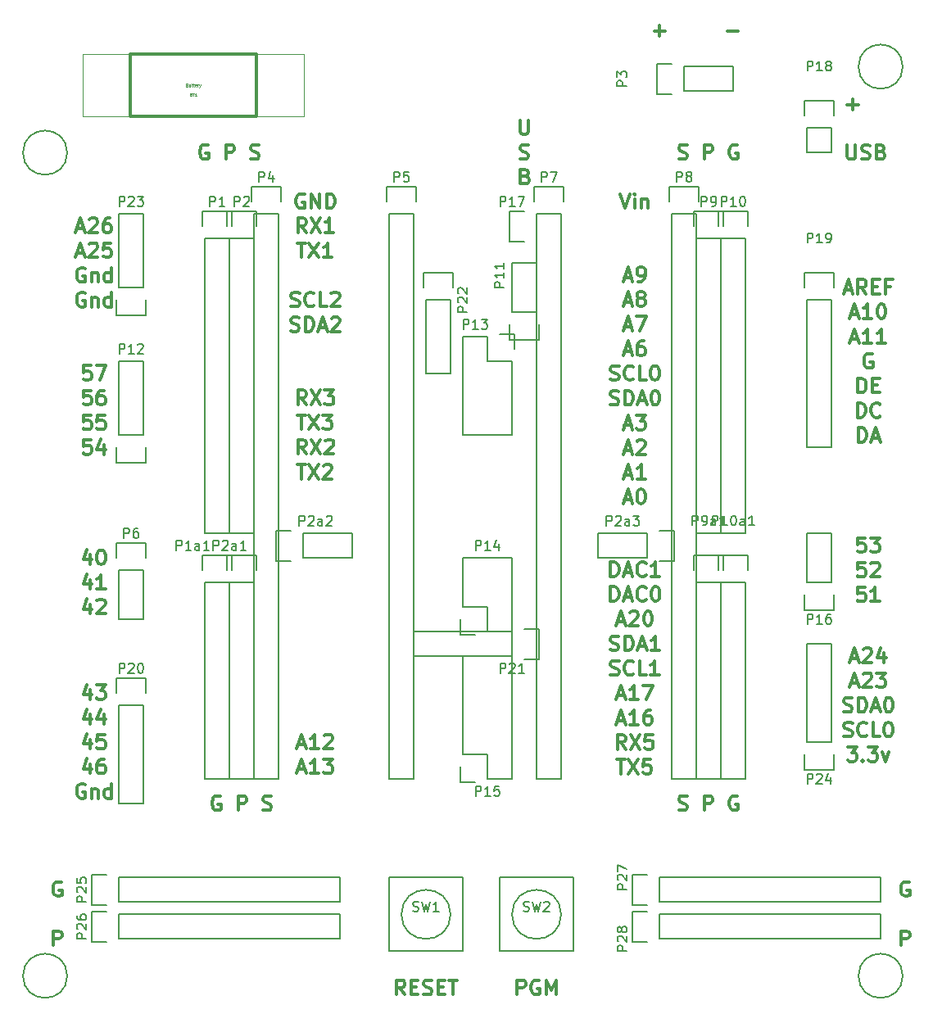
<source format=gbr>
G04 #@! TF.FileFunction,Legend,Top*
%FSLAX46Y46*%
G04 Gerber Fmt 4.6, Leading zero omitted, Abs format (unit mm)*
G04 Created by KiCad (PCBNEW 4.0.4-stable) date 11/21/16 07:18:24*
%MOMM*%
%LPD*%
G01*
G04 APERTURE LIST*
%ADD10C,0.100000*%
%ADD11C,0.300000*%
%ADD12C,0.299720*%
%ADD13C,0.010160*%
%ADD14C,0.150000*%
%ADD15C,0.074930*%
%ADD16C,0.076200*%
G04 APERTURE END LIST*
D10*
D11*
X104501429Y-132758571D02*
X104001429Y-132044286D01*
X103644286Y-132758571D02*
X103644286Y-131258571D01*
X104215714Y-131258571D01*
X104358572Y-131330000D01*
X104430000Y-131401429D01*
X104501429Y-131544286D01*
X104501429Y-131758571D01*
X104430000Y-131901429D01*
X104358572Y-131972857D01*
X104215714Y-132044286D01*
X103644286Y-132044286D01*
X105144286Y-131972857D02*
X105644286Y-131972857D01*
X105858572Y-132758571D02*
X105144286Y-132758571D01*
X105144286Y-131258571D01*
X105858572Y-131258571D01*
X106430000Y-132687143D02*
X106644286Y-132758571D01*
X107001429Y-132758571D01*
X107144286Y-132687143D01*
X107215715Y-132615714D01*
X107287143Y-132472857D01*
X107287143Y-132330000D01*
X107215715Y-132187143D01*
X107144286Y-132115714D01*
X107001429Y-132044286D01*
X106715715Y-131972857D01*
X106572857Y-131901429D01*
X106501429Y-131830000D01*
X106430000Y-131687143D01*
X106430000Y-131544286D01*
X106501429Y-131401429D01*
X106572857Y-131330000D01*
X106715715Y-131258571D01*
X107072857Y-131258571D01*
X107287143Y-131330000D01*
X107930000Y-131972857D02*
X108430000Y-131972857D01*
X108644286Y-132758571D02*
X107930000Y-132758571D01*
X107930000Y-131258571D01*
X108644286Y-131258571D01*
X109072857Y-131258571D02*
X109930000Y-131258571D01*
X109501429Y-132758571D02*
X109501429Y-131258571D01*
X116110000Y-132758571D02*
X116110000Y-131258571D01*
X116681428Y-131258571D01*
X116824286Y-131330000D01*
X116895714Y-131401429D01*
X116967143Y-131544286D01*
X116967143Y-131758571D01*
X116895714Y-131901429D01*
X116824286Y-131972857D01*
X116681428Y-132044286D01*
X116110000Y-132044286D01*
X118395714Y-131330000D02*
X118252857Y-131258571D01*
X118038571Y-131258571D01*
X117824286Y-131330000D01*
X117681428Y-131472857D01*
X117610000Y-131615714D01*
X117538571Y-131901429D01*
X117538571Y-132115714D01*
X117610000Y-132401429D01*
X117681428Y-132544286D01*
X117824286Y-132687143D01*
X118038571Y-132758571D01*
X118181428Y-132758571D01*
X118395714Y-132687143D01*
X118467143Y-132615714D01*
X118467143Y-132115714D01*
X118181428Y-132115714D01*
X119110000Y-132758571D02*
X119110000Y-131258571D01*
X119610000Y-132330000D01*
X120110000Y-131258571D01*
X120110000Y-132758571D01*
X72032858Y-67743571D02*
X71318572Y-67743571D01*
X71247143Y-68457857D01*
X71318572Y-68386429D01*
X71461429Y-68315000D01*
X71818572Y-68315000D01*
X71961429Y-68386429D01*
X72032858Y-68457857D01*
X72104286Y-68600714D01*
X72104286Y-68957857D01*
X72032858Y-69100714D01*
X71961429Y-69172143D01*
X71818572Y-69243571D01*
X71461429Y-69243571D01*
X71318572Y-69172143D01*
X71247143Y-69100714D01*
X72604286Y-67743571D02*
X73604286Y-67743571D01*
X72961429Y-69243571D01*
X72032858Y-70293571D02*
X71318572Y-70293571D01*
X71247143Y-71007857D01*
X71318572Y-70936429D01*
X71461429Y-70865000D01*
X71818572Y-70865000D01*
X71961429Y-70936429D01*
X72032858Y-71007857D01*
X72104286Y-71150714D01*
X72104286Y-71507857D01*
X72032858Y-71650714D01*
X71961429Y-71722143D01*
X71818572Y-71793571D01*
X71461429Y-71793571D01*
X71318572Y-71722143D01*
X71247143Y-71650714D01*
X73390000Y-70293571D02*
X73104286Y-70293571D01*
X72961429Y-70365000D01*
X72890000Y-70436429D01*
X72747143Y-70650714D01*
X72675714Y-70936429D01*
X72675714Y-71507857D01*
X72747143Y-71650714D01*
X72818571Y-71722143D01*
X72961429Y-71793571D01*
X73247143Y-71793571D01*
X73390000Y-71722143D01*
X73461429Y-71650714D01*
X73532857Y-71507857D01*
X73532857Y-71150714D01*
X73461429Y-71007857D01*
X73390000Y-70936429D01*
X73247143Y-70865000D01*
X72961429Y-70865000D01*
X72818571Y-70936429D01*
X72747143Y-71007857D01*
X72675714Y-71150714D01*
X72032858Y-72843571D02*
X71318572Y-72843571D01*
X71247143Y-73557857D01*
X71318572Y-73486429D01*
X71461429Y-73415000D01*
X71818572Y-73415000D01*
X71961429Y-73486429D01*
X72032858Y-73557857D01*
X72104286Y-73700714D01*
X72104286Y-74057857D01*
X72032858Y-74200714D01*
X71961429Y-74272143D01*
X71818572Y-74343571D01*
X71461429Y-74343571D01*
X71318572Y-74272143D01*
X71247143Y-74200714D01*
X73461429Y-72843571D02*
X72747143Y-72843571D01*
X72675714Y-73557857D01*
X72747143Y-73486429D01*
X72890000Y-73415000D01*
X73247143Y-73415000D01*
X73390000Y-73486429D01*
X73461429Y-73557857D01*
X73532857Y-73700714D01*
X73532857Y-74057857D01*
X73461429Y-74200714D01*
X73390000Y-74272143D01*
X73247143Y-74343571D01*
X72890000Y-74343571D01*
X72747143Y-74272143D01*
X72675714Y-74200714D01*
X72032858Y-75393571D02*
X71318572Y-75393571D01*
X71247143Y-76107857D01*
X71318572Y-76036429D01*
X71461429Y-75965000D01*
X71818572Y-75965000D01*
X71961429Y-76036429D01*
X72032858Y-76107857D01*
X72104286Y-76250714D01*
X72104286Y-76607857D01*
X72032858Y-76750714D01*
X71961429Y-76822143D01*
X71818572Y-76893571D01*
X71461429Y-76893571D01*
X71318572Y-76822143D01*
X71247143Y-76750714D01*
X73390000Y-75893571D02*
X73390000Y-76893571D01*
X73032857Y-75322143D02*
X72675714Y-76393571D01*
X73604286Y-76393571D01*
X130262858Y-33127143D02*
X131405715Y-33127143D01*
X130834286Y-33698571D02*
X130834286Y-32555714D01*
X137834286Y-33127143D02*
X138977143Y-33127143D01*
X150217143Y-40737143D02*
X151360000Y-40737143D01*
X150788571Y-41308571D02*
X150788571Y-40165714D01*
X150217143Y-44908571D02*
X150217143Y-46122857D01*
X150288571Y-46265714D01*
X150360000Y-46337143D01*
X150502857Y-46408571D01*
X150788571Y-46408571D01*
X150931429Y-46337143D01*
X151002857Y-46265714D01*
X151074286Y-46122857D01*
X151074286Y-44908571D01*
X151717143Y-46337143D02*
X151931429Y-46408571D01*
X152288572Y-46408571D01*
X152431429Y-46337143D01*
X152502858Y-46265714D01*
X152574286Y-46122857D01*
X152574286Y-45980000D01*
X152502858Y-45837143D01*
X152431429Y-45765714D01*
X152288572Y-45694286D01*
X152002858Y-45622857D01*
X151860000Y-45551429D01*
X151788572Y-45480000D01*
X151717143Y-45337143D01*
X151717143Y-45194286D01*
X151788572Y-45051429D01*
X151860000Y-44980000D01*
X152002858Y-44908571D01*
X152360000Y-44908571D01*
X152574286Y-44980000D01*
X153717143Y-45622857D02*
X153931429Y-45694286D01*
X154002857Y-45765714D01*
X154074286Y-45908571D01*
X154074286Y-46122857D01*
X154002857Y-46265714D01*
X153931429Y-46337143D01*
X153788571Y-46408571D01*
X153217143Y-46408571D01*
X153217143Y-44908571D01*
X153717143Y-44908571D01*
X153860000Y-44980000D01*
X153931429Y-45051429D01*
X154002857Y-45194286D01*
X154002857Y-45337143D01*
X153931429Y-45480000D01*
X153860000Y-45551429D01*
X153717143Y-45622857D01*
X153217143Y-45622857D01*
X116411429Y-42348571D02*
X116411429Y-43562857D01*
X116482857Y-43705714D01*
X116554286Y-43777143D01*
X116697143Y-43848571D01*
X116982857Y-43848571D01*
X117125715Y-43777143D01*
X117197143Y-43705714D01*
X117268572Y-43562857D01*
X117268572Y-42348571D01*
X116411429Y-46327143D02*
X116625715Y-46398571D01*
X116982858Y-46398571D01*
X117125715Y-46327143D01*
X117197144Y-46255714D01*
X117268572Y-46112857D01*
X117268572Y-45970000D01*
X117197144Y-45827143D01*
X117125715Y-45755714D01*
X116982858Y-45684286D01*
X116697144Y-45612857D01*
X116554286Y-45541429D01*
X116482858Y-45470000D01*
X116411429Y-45327143D01*
X116411429Y-45184286D01*
X116482858Y-45041429D01*
X116554286Y-44970000D01*
X116697144Y-44898571D01*
X117054286Y-44898571D01*
X117268572Y-44970000D01*
X116947143Y-48162857D02*
X117161429Y-48234286D01*
X117232857Y-48305714D01*
X117304286Y-48448571D01*
X117304286Y-48662857D01*
X117232857Y-48805714D01*
X117161429Y-48877143D01*
X117018571Y-48948571D01*
X116447143Y-48948571D01*
X116447143Y-47448571D01*
X116947143Y-47448571D01*
X117090000Y-47520000D01*
X117161429Y-47591429D01*
X117232857Y-47734286D01*
X117232857Y-47877143D01*
X117161429Y-48020000D01*
X117090000Y-48091429D01*
X116947143Y-48162857D01*
X116447143Y-48162857D01*
X149971429Y-59910000D02*
X150685715Y-59910000D01*
X149828572Y-60338571D02*
X150328572Y-58838571D01*
X150828572Y-60338571D01*
X152185715Y-60338571D02*
X151685715Y-59624286D01*
X151328572Y-60338571D02*
X151328572Y-58838571D01*
X151900000Y-58838571D01*
X152042858Y-58910000D01*
X152114286Y-58981429D01*
X152185715Y-59124286D01*
X152185715Y-59338571D01*
X152114286Y-59481429D01*
X152042858Y-59552857D01*
X151900000Y-59624286D01*
X151328572Y-59624286D01*
X152828572Y-59552857D02*
X153328572Y-59552857D01*
X153542858Y-60338571D02*
X152828572Y-60338571D01*
X152828572Y-58838571D01*
X153542858Y-58838571D01*
X154685715Y-59552857D02*
X154185715Y-59552857D01*
X154185715Y-60338571D02*
X154185715Y-58838571D01*
X154900001Y-58838571D01*
X150614286Y-62460000D02*
X151328572Y-62460000D01*
X150471429Y-62888571D02*
X150971429Y-61388571D01*
X151471429Y-62888571D01*
X152757143Y-62888571D02*
X151900000Y-62888571D01*
X152328572Y-62888571D02*
X152328572Y-61388571D01*
X152185715Y-61602857D01*
X152042857Y-61745714D01*
X151900000Y-61817143D01*
X153685714Y-61388571D02*
X153828571Y-61388571D01*
X153971428Y-61460000D01*
X154042857Y-61531429D01*
X154114286Y-61674286D01*
X154185714Y-61960000D01*
X154185714Y-62317143D01*
X154114286Y-62602857D01*
X154042857Y-62745714D01*
X153971428Y-62817143D01*
X153828571Y-62888571D01*
X153685714Y-62888571D01*
X153542857Y-62817143D01*
X153471428Y-62745714D01*
X153400000Y-62602857D01*
X153328571Y-62317143D01*
X153328571Y-61960000D01*
X153400000Y-61674286D01*
X153471428Y-61531429D01*
X153542857Y-61460000D01*
X153685714Y-61388571D01*
X150614286Y-65010000D02*
X151328572Y-65010000D01*
X150471429Y-65438571D02*
X150971429Y-63938571D01*
X151471429Y-65438571D01*
X152757143Y-65438571D02*
X151900000Y-65438571D01*
X152328572Y-65438571D02*
X152328572Y-63938571D01*
X152185715Y-64152857D01*
X152042857Y-64295714D01*
X151900000Y-64367143D01*
X154185714Y-65438571D02*
X153328571Y-65438571D01*
X153757143Y-65438571D02*
X153757143Y-63938571D01*
X153614286Y-64152857D01*
X153471428Y-64295714D01*
X153328571Y-64367143D01*
X152792857Y-66560000D02*
X152650000Y-66488571D01*
X152435714Y-66488571D01*
X152221429Y-66560000D01*
X152078571Y-66702857D01*
X152007143Y-66845714D01*
X151935714Y-67131429D01*
X151935714Y-67345714D01*
X152007143Y-67631429D01*
X152078571Y-67774286D01*
X152221429Y-67917143D01*
X152435714Y-67988571D01*
X152578571Y-67988571D01*
X152792857Y-67917143D01*
X152864286Y-67845714D01*
X152864286Y-67345714D01*
X152578571Y-67345714D01*
X151328572Y-70538571D02*
X151328572Y-69038571D01*
X151685715Y-69038571D01*
X151900000Y-69110000D01*
X152042858Y-69252857D01*
X152114286Y-69395714D01*
X152185715Y-69681429D01*
X152185715Y-69895714D01*
X152114286Y-70181429D01*
X152042858Y-70324286D01*
X151900000Y-70467143D01*
X151685715Y-70538571D01*
X151328572Y-70538571D01*
X152828572Y-69752857D02*
X153328572Y-69752857D01*
X153542858Y-70538571D02*
X152828572Y-70538571D01*
X152828572Y-69038571D01*
X153542858Y-69038571D01*
X151257143Y-73088571D02*
X151257143Y-71588571D01*
X151614286Y-71588571D01*
X151828571Y-71660000D01*
X151971429Y-71802857D01*
X152042857Y-71945714D01*
X152114286Y-72231429D01*
X152114286Y-72445714D01*
X152042857Y-72731429D01*
X151971429Y-72874286D01*
X151828571Y-73017143D01*
X151614286Y-73088571D01*
X151257143Y-73088571D01*
X153614286Y-72945714D02*
X153542857Y-73017143D01*
X153328571Y-73088571D01*
X153185714Y-73088571D01*
X152971429Y-73017143D01*
X152828571Y-72874286D01*
X152757143Y-72731429D01*
X152685714Y-72445714D01*
X152685714Y-72231429D01*
X152757143Y-71945714D01*
X152828571Y-71802857D01*
X152971429Y-71660000D01*
X153185714Y-71588571D01*
X153328571Y-71588571D01*
X153542857Y-71660000D01*
X153614286Y-71731429D01*
X151364286Y-75638571D02*
X151364286Y-74138571D01*
X151721429Y-74138571D01*
X151935714Y-74210000D01*
X152078572Y-74352857D01*
X152150000Y-74495714D01*
X152221429Y-74781429D01*
X152221429Y-74995714D01*
X152150000Y-75281429D01*
X152078572Y-75424286D01*
X151935714Y-75567143D01*
X151721429Y-75638571D01*
X151364286Y-75638571D01*
X152792857Y-75210000D02*
X153507143Y-75210000D01*
X152650000Y-75638571D02*
X153150000Y-74138571D01*
X153650000Y-75638571D01*
X152042858Y-85528571D02*
X151328572Y-85528571D01*
X151257143Y-86242857D01*
X151328572Y-86171429D01*
X151471429Y-86100000D01*
X151828572Y-86100000D01*
X151971429Y-86171429D01*
X152042858Y-86242857D01*
X152114286Y-86385714D01*
X152114286Y-86742857D01*
X152042858Y-86885714D01*
X151971429Y-86957143D01*
X151828572Y-87028571D01*
X151471429Y-87028571D01*
X151328572Y-86957143D01*
X151257143Y-86885714D01*
X152614286Y-85528571D02*
X153542857Y-85528571D01*
X153042857Y-86100000D01*
X153257143Y-86100000D01*
X153400000Y-86171429D01*
X153471429Y-86242857D01*
X153542857Y-86385714D01*
X153542857Y-86742857D01*
X153471429Y-86885714D01*
X153400000Y-86957143D01*
X153257143Y-87028571D01*
X152828571Y-87028571D01*
X152685714Y-86957143D01*
X152614286Y-86885714D01*
X152042858Y-88078571D02*
X151328572Y-88078571D01*
X151257143Y-88792857D01*
X151328572Y-88721429D01*
X151471429Y-88650000D01*
X151828572Y-88650000D01*
X151971429Y-88721429D01*
X152042858Y-88792857D01*
X152114286Y-88935714D01*
X152114286Y-89292857D01*
X152042858Y-89435714D01*
X151971429Y-89507143D01*
X151828572Y-89578571D01*
X151471429Y-89578571D01*
X151328572Y-89507143D01*
X151257143Y-89435714D01*
X152685714Y-88221429D02*
X152757143Y-88150000D01*
X152900000Y-88078571D01*
X153257143Y-88078571D01*
X153400000Y-88150000D01*
X153471429Y-88221429D01*
X153542857Y-88364286D01*
X153542857Y-88507143D01*
X153471429Y-88721429D01*
X152614286Y-89578571D01*
X153542857Y-89578571D01*
X152042858Y-90628571D02*
X151328572Y-90628571D01*
X151257143Y-91342857D01*
X151328572Y-91271429D01*
X151471429Y-91200000D01*
X151828572Y-91200000D01*
X151971429Y-91271429D01*
X152042858Y-91342857D01*
X152114286Y-91485714D01*
X152114286Y-91842857D01*
X152042858Y-91985714D01*
X151971429Y-92057143D01*
X151828572Y-92128571D01*
X151471429Y-92128571D01*
X151328572Y-92057143D01*
X151257143Y-91985714D01*
X153542857Y-92128571D02*
X152685714Y-92128571D01*
X153114286Y-92128571D02*
X153114286Y-90628571D01*
X152971429Y-90842857D01*
X152828571Y-90985714D01*
X152685714Y-91057143D01*
X150614286Y-98020000D02*
X151328572Y-98020000D01*
X150471429Y-98448571D02*
X150971429Y-96948571D01*
X151471429Y-98448571D01*
X151900000Y-97091429D02*
X151971429Y-97020000D01*
X152114286Y-96948571D01*
X152471429Y-96948571D01*
X152614286Y-97020000D01*
X152685715Y-97091429D01*
X152757143Y-97234286D01*
X152757143Y-97377143D01*
X152685715Y-97591429D01*
X151828572Y-98448571D01*
X152757143Y-98448571D01*
X154042857Y-97448571D02*
X154042857Y-98448571D01*
X153685714Y-96877143D02*
X153328571Y-97948571D01*
X154257143Y-97948571D01*
X150614286Y-100570000D02*
X151328572Y-100570000D01*
X150471429Y-100998571D02*
X150971429Y-99498571D01*
X151471429Y-100998571D01*
X151900000Y-99641429D02*
X151971429Y-99570000D01*
X152114286Y-99498571D01*
X152471429Y-99498571D01*
X152614286Y-99570000D01*
X152685715Y-99641429D01*
X152757143Y-99784286D01*
X152757143Y-99927143D01*
X152685715Y-100141429D01*
X151828572Y-100998571D01*
X152757143Y-100998571D01*
X153257143Y-99498571D02*
X154185714Y-99498571D01*
X153685714Y-100070000D01*
X153900000Y-100070000D01*
X154042857Y-100141429D01*
X154114286Y-100212857D01*
X154185714Y-100355714D01*
X154185714Y-100712857D01*
X154114286Y-100855714D01*
X154042857Y-100927143D01*
X153900000Y-100998571D01*
X153471428Y-100998571D01*
X153328571Y-100927143D01*
X153257143Y-100855714D01*
X149864286Y-103477143D02*
X150078572Y-103548571D01*
X150435715Y-103548571D01*
X150578572Y-103477143D01*
X150650001Y-103405714D01*
X150721429Y-103262857D01*
X150721429Y-103120000D01*
X150650001Y-102977143D01*
X150578572Y-102905714D01*
X150435715Y-102834286D01*
X150150001Y-102762857D01*
X150007143Y-102691429D01*
X149935715Y-102620000D01*
X149864286Y-102477143D01*
X149864286Y-102334286D01*
X149935715Y-102191429D01*
X150007143Y-102120000D01*
X150150001Y-102048571D01*
X150507143Y-102048571D01*
X150721429Y-102120000D01*
X151364286Y-103548571D02*
X151364286Y-102048571D01*
X151721429Y-102048571D01*
X151935714Y-102120000D01*
X152078572Y-102262857D01*
X152150000Y-102405714D01*
X152221429Y-102691429D01*
X152221429Y-102905714D01*
X152150000Y-103191429D01*
X152078572Y-103334286D01*
X151935714Y-103477143D01*
X151721429Y-103548571D01*
X151364286Y-103548571D01*
X152792857Y-103120000D02*
X153507143Y-103120000D01*
X152650000Y-103548571D02*
X153150000Y-102048571D01*
X153650000Y-103548571D01*
X154435714Y-102048571D02*
X154578571Y-102048571D01*
X154721428Y-102120000D01*
X154792857Y-102191429D01*
X154864286Y-102334286D01*
X154935714Y-102620000D01*
X154935714Y-102977143D01*
X154864286Y-103262857D01*
X154792857Y-103405714D01*
X154721428Y-103477143D01*
X154578571Y-103548571D01*
X154435714Y-103548571D01*
X154292857Y-103477143D01*
X154221428Y-103405714D01*
X154150000Y-103262857D01*
X154078571Y-102977143D01*
X154078571Y-102620000D01*
X154150000Y-102334286D01*
X154221428Y-102191429D01*
X154292857Y-102120000D01*
X154435714Y-102048571D01*
X149900000Y-106027143D02*
X150114286Y-106098571D01*
X150471429Y-106098571D01*
X150614286Y-106027143D01*
X150685715Y-105955714D01*
X150757143Y-105812857D01*
X150757143Y-105670000D01*
X150685715Y-105527143D01*
X150614286Y-105455714D01*
X150471429Y-105384286D01*
X150185715Y-105312857D01*
X150042857Y-105241429D01*
X149971429Y-105170000D01*
X149900000Y-105027143D01*
X149900000Y-104884286D01*
X149971429Y-104741429D01*
X150042857Y-104670000D01*
X150185715Y-104598571D01*
X150542857Y-104598571D01*
X150757143Y-104670000D01*
X152257143Y-105955714D02*
X152185714Y-106027143D01*
X151971428Y-106098571D01*
X151828571Y-106098571D01*
X151614286Y-106027143D01*
X151471428Y-105884286D01*
X151400000Y-105741429D01*
X151328571Y-105455714D01*
X151328571Y-105241429D01*
X151400000Y-104955714D01*
X151471428Y-104812857D01*
X151614286Y-104670000D01*
X151828571Y-104598571D01*
X151971428Y-104598571D01*
X152185714Y-104670000D01*
X152257143Y-104741429D01*
X153614286Y-106098571D02*
X152900000Y-106098571D01*
X152900000Y-104598571D01*
X154400000Y-104598571D02*
X154542857Y-104598571D01*
X154685714Y-104670000D01*
X154757143Y-104741429D01*
X154828572Y-104884286D01*
X154900000Y-105170000D01*
X154900000Y-105527143D01*
X154828572Y-105812857D01*
X154757143Y-105955714D01*
X154685714Y-106027143D01*
X154542857Y-106098571D01*
X154400000Y-106098571D01*
X154257143Y-106027143D01*
X154185714Y-105955714D01*
X154114286Y-105812857D01*
X154042857Y-105527143D01*
X154042857Y-105170000D01*
X154114286Y-104884286D01*
X154185714Y-104741429D01*
X154257143Y-104670000D01*
X154400000Y-104598571D01*
X150257144Y-107148571D02*
X151185715Y-107148571D01*
X150685715Y-107720000D01*
X150900001Y-107720000D01*
X151042858Y-107791429D01*
X151114287Y-107862857D01*
X151185715Y-108005714D01*
X151185715Y-108362857D01*
X151114287Y-108505714D01*
X151042858Y-108577143D01*
X150900001Y-108648571D01*
X150471429Y-108648571D01*
X150328572Y-108577143D01*
X150257144Y-108505714D01*
X151828572Y-108505714D02*
X151900000Y-108577143D01*
X151828572Y-108648571D01*
X151757143Y-108577143D01*
X151828572Y-108505714D01*
X151828572Y-108648571D01*
X152400001Y-107148571D02*
X153328572Y-107148571D01*
X152828572Y-107720000D01*
X153042858Y-107720000D01*
X153185715Y-107791429D01*
X153257144Y-107862857D01*
X153328572Y-108005714D01*
X153328572Y-108362857D01*
X153257144Y-108505714D01*
X153185715Y-108577143D01*
X153042858Y-108648571D01*
X152614286Y-108648571D01*
X152471429Y-108577143D01*
X152400001Y-108505714D01*
X153828572Y-107648571D02*
X154185715Y-108648571D01*
X154542857Y-107648571D01*
X68972857Y-121160000D02*
X68830000Y-121088571D01*
X68615714Y-121088571D01*
X68401429Y-121160000D01*
X68258571Y-121302857D01*
X68187143Y-121445714D01*
X68115714Y-121731429D01*
X68115714Y-121945714D01*
X68187143Y-122231429D01*
X68258571Y-122374286D01*
X68401429Y-122517143D01*
X68615714Y-122588571D01*
X68758571Y-122588571D01*
X68972857Y-122517143D01*
X69044286Y-122445714D01*
X69044286Y-121945714D01*
X68758571Y-121945714D01*
X68187143Y-127688571D02*
X68187143Y-126188571D01*
X68758571Y-126188571D01*
X68901429Y-126260000D01*
X68972857Y-126331429D01*
X69044286Y-126474286D01*
X69044286Y-126688571D01*
X68972857Y-126831429D01*
X68901429Y-126902857D01*
X68758571Y-126974286D01*
X68187143Y-126974286D01*
X156602857Y-121160000D02*
X156460000Y-121088571D01*
X156245714Y-121088571D01*
X156031429Y-121160000D01*
X155888571Y-121302857D01*
X155817143Y-121445714D01*
X155745714Y-121731429D01*
X155745714Y-121945714D01*
X155817143Y-122231429D01*
X155888571Y-122374286D01*
X156031429Y-122517143D01*
X156245714Y-122588571D01*
X156388571Y-122588571D01*
X156602857Y-122517143D01*
X156674286Y-122445714D01*
X156674286Y-121945714D01*
X156388571Y-121945714D01*
X155817143Y-127688571D02*
X155817143Y-126188571D01*
X156388571Y-126188571D01*
X156531429Y-126260000D01*
X156602857Y-126331429D01*
X156674286Y-126474286D01*
X156674286Y-126688571D01*
X156602857Y-126831429D01*
X156531429Y-126902857D01*
X156388571Y-126974286D01*
X155817143Y-126974286D01*
X132818572Y-113637143D02*
X133032858Y-113708571D01*
X133390001Y-113708571D01*
X133532858Y-113637143D01*
X133604287Y-113565714D01*
X133675715Y-113422857D01*
X133675715Y-113280000D01*
X133604287Y-113137143D01*
X133532858Y-113065714D01*
X133390001Y-112994286D01*
X133104287Y-112922857D01*
X132961429Y-112851429D01*
X132890001Y-112780000D01*
X132818572Y-112637143D01*
X132818572Y-112494286D01*
X132890001Y-112351429D01*
X132961429Y-112280000D01*
X133104287Y-112208571D01*
X133461429Y-112208571D01*
X133675715Y-112280000D01*
X135461429Y-113708571D02*
X135461429Y-112208571D01*
X136032857Y-112208571D01*
X136175715Y-112280000D01*
X136247143Y-112351429D01*
X136318572Y-112494286D01*
X136318572Y-112708571D01*
X136247143Y-112851429D01*
X136175715Y-112922857D01*
X136032857Y-112994286D01*
X135461429Y-112994286D01*
X138890000Y-112280000D02*
X138747143Y-112208571D01*
X138532857Y-112208571D01*
X138318572Y-112280000D01*
X138175714Y-112422857D01*
X138104286Y-112565714D01*
X138032857Y-112851429D01*
X138032857Y-113065714D01*
X138104286Y-113351429D01*
X138175714Y-113494286D01*
X138318572Y-113637143D01*
X138532857Y-113708571D01*
X138675714Y-113708571D01*
X138890000Y-113637143D01*
X138961429Y-113565714D01*
X138961429Y-113065714D01*
X138675714Y-113065714D01*
X132818572Y-46327143D02*
X133032858Y-46398571D01*
X133390001Y-46398571D01*
X133532858Y-46327143D01*
X133604287Y-46255714D01*
X133675715Y-46112857D01*
X133675715Y-45970000D01*
X133604287Y-45827143D01*
X133532858Y-45755714D01*
X133390001Y-45684286D01*
X133104287Y-45612857D01*
X132961429Y-45541429D01*
X132890001Y-45470000D01*
X132818572Y-45327143D01*
X132818572Y-45184286D01*
X132890001Y-45041429D01*
X132961429Y-44970000D01*
X133104287Y-44898571D01*
X133461429Y-44898571D01*
X133675715Y-44970000D01*
X135461429Y-46398571D02*
X135461429Y-44898571D01*
X136032857Y-44898571D01*
X136175715Y-44970000D01*
X136247143Y-45041429D01*
X136318572Y-45184286D01*
X136318572Y-45398571D01*
X136247143Y-45541429D01*
X136175715Y-45612857D01*
X136032857Y-45684286D01*
X135461429Y-45684286D01*
X138890000Y-44970000D02*
X138747143Y-44898571D01*
X138532857Y-44898571D01*
X138318572Y-44970000D01*
X138175714Y-45112857D01*
X138104286Y-45255714D01*
X138032857Y-45541429D01*
X138032857Y-45755714D01*
X138104286Y-46041429D01*
X138175714Y-46184286D01*
X138318572Y-46327143D01*
X138532857Y-46398571D01*
X138675714Y-46398571D01*
X138890000Y-46327143D01*
X138961429Y-46255714D01*
X138961429Y-45755714D01*
X138675714Y-45755714D01*
X84145715Y-44970000D02*
X84002858Y-44898571D01*
X83788572Y-44898571D01*
X83574287Y-44970000D01*
X83431429Y-45112857D01*
X83360001Y-45255714D01*
X83288572Y-45541429D01*
X83288572Y-45755714D01*
X83360001Y-46041429D01*
X83431429Y-46184286D01*
X83574287Y-46327143D01*
X83788572Y-46398571D01*
X83931429Y-46398571D01*
X84145715Y-46327143D01*
X84217144Y-46255714D01*
X84217144Y-45755714D01*
X83931429Y-45755714D01*
X86002858Y-46398571D02*
X86002858Y-44898571D01*
X86574286Y-44898571D01*
X86717144Y-44970000D01*
X86788572Y-45041429D01*
X86860001Y-45184286D01*
X86860001Y-45398571D01*
X86788572Y-45541429D01*
X86717144Y-45612857D01*
X86574286Y-45684286D01*
X86002858Y-45684286D01*
X88574286Y-46327143D02*
X88788572Y-46398571D01*
X89145715Y-46398571D01*
X89288572Y-46327143D01*
X89360001Y-46255714D01*
X89431429Y-46112857D01*
X89431429Y-45970000D01*
X89360001Y-45827143D01*
X89288572Y-45755714D01*
X89145715Y-45684286D01*
X88860001Y-45612857D01*
X88717143Y-45541429D01*
X88645715Y-45470000D01*
X88574286Y-45327143D01*
X88574286Y-45184286D01*
X88645715Y-45041429D01*
X88717143Y-44970000D01*
X88860001Y-44898571D01*
X89217143Y-44898571D01*
X89431429Y-44970000D01*
X85415715Y-112280000D02*
X85272858Y-112208571D01*
X85058572Y-112208571D01*
X84844287Y-112280000D01*
X84701429Y-112422857D01*
X84630001Y-112565714D01*
X84558572Y-112851429D01*
X84558572Y-113065714D01*
X84630001Y-113351429D01*
X84701429Y-113494286D01*
X84844287Y-113637143D01*
X85058572Y-113708571D01*
X85201429Y-113708571D01*
X85415715Y-113637143D01*
X85487144Y-113565714D01*
X85487144Y-113065714D01*
X85201429Y-113065714D01*
X87272858Y-113708571D02*
X87272858Y-112208571D01*
X87844286Y-112208571D01*
X87987144Y-112280000D01*
X88058572Y-112351429D01*
X88130001Y-112494286D01*
X88130001Y-112708571D01*
X88058572Y-112851429D01*
X87987144Y-112922857D01*
X87844286Y-112994286D01*
X87272858Y-112994286D01*
X89844286Y-113637143D02*
X90058572Y-113708571D01*
X90415715Y-113708571D01*
X90558572Y-113637143D01*
X90630001Y-113565714D01*
X90701429Y-113422857D01*
X90701429Y-113280000D01*
X90630001Y-113137143D01*
X90558572Y-113065714D01*
X90415715Y-112994286D01*
X90130001Y-112922857D01*
X89987143Y-112851429D01*
X89915715Y-112780000D01*
X89844286Y-112637143D01*
X89844286Y-112494286D01*
X89915715Y-112351429D01*
X89987143Y-112280000D01*
X90130001Y-112208571D01*
X90487143Y-112208571D01*
X90701429Y-112280000D01*
X71961429Y-101258571D02*
X71961429Y-102258571D01*
X71604286Y-100687143D02*
X71247143Y-101758571D01*
X72175715Y-101758571D01*
X72604286Y-100758571D02*
X73532857Y-100758571D01*
X73032857Y-101330000D01*
X73247143Y-101330000D01*
X73390000Y-101401429D01*
X73461429Y-101472857D01*
X73532857Y-101615714D01*
X73532857Y-101972857D01*
X73461429Y-102115714D01*
X73390000Y-102187143D01*
X73247143Y-102258571D01*
X72818571Y-102258571D01*
X72675714Y-102187143D01*
X72604286Y-102115714D01*
X71961429Y-103808571D02*
X71961429Y-104808571D01*
X71604286Y-103237143D02*
X71247143Y-104308571D01*
X72175715Y-104308571D01*
X73390000Y-103808571D02*
X73390000Y-104808571D01*
X73032857Y-103237143D02*
X72675714Y-104308571D01*
X73604286Y-104308571D01*
X71961429Y-106358571D02*
X71961429Y-107358571D01*
X71604286Y-105787143D02*
X71247143Y-106858571D01*
X72175715Y-106858571D01*
X73461429Y-105858571D02*
X72747143Y-105858571D01*
X72675714Y-106572857D01*
X72747143Y-106501429D01*
X72890000Y-106430000D01*
X73247143Y-106430000D01*
X73390000Y-106501429D01*
X73461429Y-106572857D01*
X73532857Y-106715714D01*
X73532857Y-107072857D01*
X73461429Y-107215714D01*
X73390000Y-107287143D01*
X73247143Y-107358571D01*
X72890000Y-107358571D01*
X72747143Y-107287143D01*
X72675714Y-107215714D01*
X71961429Y-108908571D02*
X71961429Y-109908571D01*
X71604286Y-108337143D02*
X71247143Y-109408571D01*
X72175715Y-109408571D01*
X73390000Y-108408571D02*
X73104286Y-108408571D01*
X72961429Y-108480000D01*
X72890000Y-108551429D01*
X72747143Y-108765714D01*
X72675714Y-109051429D01*
X72675714Y-109622857D01*
X72747143Y-109765714D01*
X72818571Y-109837143D01*
X72961429Y-109908571D01*
X73247143Y-109908571D01*
X73390000Y-109837143D01*
X73461429Y-109765714D01*
X73532857Y-109622857D01*
X73532857Y-109265714D01*
X73461429Y-109122857D01*
X73390000Y-109051429D01*
X73247143Y-108980000D01*
X72961429Y-108980000D01*
X72818571Y-109051429D01*
X72747143Y-109122857D01*
X72675714Y-109265714D01*
X71425714Y-111030000D02*
X71282857Y-110958571D01*
X71068571Y-110958571D01*
X70854286Y-111030000D01*
X70711428Y-111172857D01*
X70640000Y-111315714D01*
X70568571Y-111601429D01*
X70568571Y-111815714D01*
X70640000Y-112101429D01*
X70711428Y-112244286D01*
X70854286Y-112387143D01*
X71068571Y-112458571D01*
X71211428Y-112458571D01*
X71425714Y-112387143D01*
X71497143Y-112315714D01*
X71497143Y-111815714D01*
X71211428Y-111815714D01*
X72140000Y-111458571D02*
X72140000Y-112458571D01*
X72140000Y-111601429D02*
X72211428Y-111530000D01*
X72354286Y-111458571D01*
X72568571Y-111458571D01*
X72711428Y-111530000D01*
X72782857Y-111672857D01*
X72782857Y-112458571D01*
X74140000Y-112458571D02*
X74140000Y-110958571D01*
X74140000Y-112387143D02*
X73997143Y-112458571D01*
X73711429Y-112458571D01*
X73568571Y-112387143D01*
X73497143Y-112315714D01*
X73425714Y-112172857D01*
X73425714Y-111744286D01*
X73497143Y-111601429D01*
X73568571Y-111530000D01*
X73711429Y-111458571D01*
X73997143Y-111458571D01*
X74140000Y-111530000D01*
X71961429Y-87298571D02*
X71961429Y-88298571D01*
X71604286Y-86727143D02*
X71247143Y-87798571D01*
X72175715Y-87798571D01*
X73032857Y-86798571D02*
X73175714Y-86798571D01*
X73318571Y-86870000D01*
X73390000Y-86941429D01*
X73461429Y-87084286D01*
X73532857Y-87370000D01*
X73532857Y-87727143D01*
X73461429Y-88012857D01*
X73390000Y-88155714D01*
X73318571Y-88227143D01*
X73175714Y-88298571D01*
X73032857Y-88298571D01*
X72890000Y-88227143D01*
X72818571Y-88155714D01*
X72747143Y-88012857D01*
X72675714Y-87727143D01*
X72675714Y-87370000D01*
X72747143Y-87084286D01*
X72818571Y-86941429D01*
X72890000Y-86870000D01*
X73032857Y-86798571D01*
X71961429Y-89848571D02*
X71961429Y-90848571D01*
X71604286Y-89277143D02*
X71247143Y-90348571D01*
X72175715Y-90348571D01*
X73532857Y-90848571D02*
X72675714Y-90848571D01*
X73104286Y-90848571D02*
X73104286Y-89348571D01*
X72961429Y-89562857D01*
X72818571Y-89705714D01*
X72675714Y-89777143D01*
X71961429Y-92398571D02*
X71961429Y-93398571D01*
X71604286Y-91827143D02*
X71247143Y-92898571D01*
X72175715Y-92898571D01*
X72675714Y-92041429D02*
X72747143Y-91970000D01*
X72890000Y-91898571D01*
X73247143Y-91898571D01*
X73390000Y-91970000D01*
X73461429Y-92041429D01*
X73532857Y-92184286D01*
X73532857Y-92327143D01*
X73461429Y-92541429D01*
X72604286Y-93398571D01*
X73532857Y-93398571D01*
X70604286Y-53575000D02*
X71318572Y-53575000D01*
X70461429Y-54003571D02*
X70961429Y-52503571D01*
X71461429Y-54003571D01*
X71890000Y-52646429D02*
X71961429Y-52575000D01*
X72104286Y-52503571D01*
X72461429Y-52503571D01*
X72604286Y-52575000D01*
X72675715Y-52646429D01*
X72747143Y-52789286D01*
X72747143Y-52932143D01*
X72675715Y-53146429D01*
X71818572Y-54003571D01*
X72747143Y-54003571D01*
X74032857Y-52503571D02*
X73747143Y-52503571D01*
X73604286Y-52575000D01*
X73532857Y-52646429D01*
X73390000Y-52860714D01*
X73318571Y-53146429D01*
X73318571Y-53717857D01*
X73390000Y-53860714D01*
X73461428Y-53932143D01*
X73604286Y-54003571D01*
X73890000Y-54003571D01*
X74032857Y-53932143D01*
X74104286Y-53860714D01*
X74175714Y-53717857D01*
X74175714Y-53360714D01*
X74104286Y-53217857D01*
X74032857Y-53146429D01*
X73890000Y-53075000D01*
X73604286Y-53075000D01*
X73461428Y-53146429D01*
X73390000Y-53217857D01*
X73318571Y-53360714D01*
X70604286Y-56125000D02*
X71318572Y-56125000D01*
X70461429Y-56553571D02*
X70961429Y-55053571D01*
X71461429Y-56553571D01*
X71890000Y-55196429D02*
X71961429Y-55125000D01*
X72104286Y-55053571D01*
X72461429Y-55053571D01*
X72604286Y-55125000D01*
X72675715Y-55196429D01*
X72747143Y-55339286D01*
X72747143Y-55482143D01*
X72675715Y-55696429D01*
X71818572Y-56553571D01*
X72747143Y-56553571D01*
X74104286Y-55053571D02*
X73390000Y-55053571D01*
X73318571Y-55767857D01*
X73390000Y-55696429D01*
X73532857Y-55625000D01*
X73890000Y-55625000D01*
X74032857Y-55696429D01*
X74104286Y-55767857D01*
X74175714Y-55910714D01*
X74175714Y-56267857D01*
X74104286Y-56410714D01*
X74032857Y-56482143D01*
X73890000Y-56553571D01*
X73532857Y-56553571D01*
X73390000Y-56482143D01*
X73318571Y-56410714D01*
X71425714Y-57675000D02*
X71282857Y-57603571D01*
X71068571Y-57603571D01*
X70854286Y-57675000D01*
X70711428Y-57817857D01*
X70640000Y-57960714D01*
X70568571Y-58246429D01*
X70568571Y-58460714D01*
X70640000Y-58746429D01*
X70711428Y-58889286D01*
X70854286Y-59032143D01*
X71068571Y-59103571D01*
X71211428Y-59103571D01*
X71425714Y-59032143D01*
X71497143Y-58960714D01*
X71497143Y-58460714D01*
X71211428Y-58460714D01*
X72140000Y-58103571D02*
X72140000Y-59103571D01*
X72140000Y-58246429D02*
X72211428Y-58175000D01*
X72354286Y-58103571D01*
X72568571Y-58103571D01*
X72711428Y-58175000D01*
X72782857Y-58317857D01*
X72782857Y-59103571D01*
X74140000Y-59103571D02*
X74140000Y-57603571D01*
X74140000Y-59032143D02*
X73997143Y-59103571D01*
X73711429Y-59103571D01*
X73568571Y-59032143D01*
X73497143Y-58960714D01*
X73425714Y-58817857D01*
X73425714Y-58389286D01*
X73497143Y-58246429D01*
X73568571Y-58175000D01*
X73711429Y-58103571D01*
X73997143Y-58103571D01*
X74140000Y-58175000D01*
X71425714Y-60225000D02*
X71282857Y-60153571D01*
X71068571Y-60153571D01*
X70854286Y-60225000D01*
X70711428Y-60367857D01*
X70640000Y-60510714D01*
X70568571Y-60796429D01*
X70568571Y-61010714D01*
X70640000Y-61296429D01*
X70711428Y-61439286D01*
X70854286Y-61582143D01*
X71068571Y-61653571D01*
X71211428Y-61653571D01*
X71425714Y-61582143D01*
X71497143Y-61510714D01*
X71497143Y-61010714D01*
X71211428Y-61010714D01*
X72140000Y-60653571D02*
X72140000Y-61653571D01*
X72140000Y-60796429D02*
X72211428Y-60725000D01*
X72354286Y-60653571D01*
X72568571Y-60653571D01*
X72711428Y-60725000D01*
X72782857Y-60867857D01*
X72782857Y-61653571D01*
X74140000Y-61653571D02*
X74140000Y-60153571D01*
X74140000Y-61582143D02*
X73997143Y-61653571D01*
X73711429Y-61653571D01*
X73568571Y-61582143D01*
X73497143Y-61510714D01*
X73425714Y-61367857D01*
X73425714Y-60939286D01*
X73497143Y-60796429D01*
X73568571Y-60725000D01*
X73711429Y-60653571D01*
X73997143Y-60653571D01*
X74140000Y-60725000D01*
X94285715Y-53998571D02*
X93785715Y-53284286D01*
X93428572Y-53998571D02*
X93428572Y-52498571D01*
X94000000Y-52498571D01*
X94142858Y-52570000D01*
X94214286Y-52641429D01*
X94285715Y-52784286D01*
X94285715Y-52998571D01*
X94214286Y-53141429D01*
X94142858Y-53212857D01*
X94000000Y-53284286D01*
X93428572Y-53284286D01*
X94785715Y-52498571D02*
X95785715Y-53998571D01*
X95785715Y-52498571D02*
X94785715Y-53998571D01*
X97142857Y-53998571D02*
X96285714Y-53998571D01*
X96714286Y-53998571D02*
X96714286Y-52498571D01*
X96571429Y-52712857D01*
X96428571Y-52855714D01*
X96285714Y-52927143D01*
X93392858Y-55048571D02*
X94250001Y-55048571D01*
X93821430Y-56548571D02*
X93821430Y-55048571D01*
X94607144Y-55048571D02*
X95607144Y-56548571D01*
X95607144Y-55048571D02*
X94607144Y-56548571D01*
X96964286Y-56548571D02*
X96107143Y-56548571D01*
X96535715Y-56548571D02*
X96535715Y-55048571D01*
X96392858Y-55262857D01*
X96250000Y-55405714D01*
X96107143Y-55477143D01*
X92750000Y-61577143D02*
X92964286Y-61648571D01*
X93321429Y-61648571D01*
X93464286Y-61577143D01*
X93535715Y-61505714D01*
X93607143Y-61362857D01*
X93607143Y-61220000D01*
X93535715Y-61077143D01*
X93464286Y-61005714D01*
X93321429Y-60934286D01*
X93035715Y-60862857D01*
X92892857Y-60791429D01*
X92821429Y-60720000D01*
X92750000Y-60577143D01*
X92750000Y-60434286D01*
X92821429Y-60291429D01*
X92892857Y-60220000D01*
X93035715Y-60148571D01*
X93392857Y-60148571D01*
X93607143Y-60220000D01*
X95107143Y-61505714D02*
X95035714Y-61577143D01*
X94821428Y-61648571D01*
X94678571Y-61648571D01*
X94464286Y-61577143D01*
X94321428Y-61434286D01*
X94250000Y-61291429D01*
X94178571Y-61005714D01*
X94178571Y-60791429D01*
X94250000Y-60505714D01*
X94321428Y-60362857D01*
X94464286Y-60220000D01*
X94678571Y-60148571D01*
X94821428Y-60148571D01*
X95035714Y-60220000D01*
X95107143Y-60291429D01*
X96464286Y-61648571D02*
X95750000Y-61648571D01*
X95750000Y-60148571D01*
X96892857Y-60291429D02*
X96964286Y-60220000D01*
X97107143Y-60148571D01*
X97464286Y-60148571D01*
X97607143Y-60220000D01*
X97678572Y-60291429D01*
X97750000Y-60434286D01*
X97750000Y-60577143D01*
X97678572Y-60791429D01*
X96821429Y-61648571D01*
X97750000Y-61648571D01*
X92714286Y-64127143D02*
X92928572Y-64198571D01*
X93285715Y-64198571D01*
X93428572Y-64127143D01*
X93500001Y-64055714D01*
X93571429Y-63912857D01*
X93571429Y-63770000D01*
X93500001Y-63627143D01*
X93428572Y-63555714D01*
X93285715Y-63484286D01*
X93000001Y-63412857D01*
X92857143Y-63341429D01*
X92785715Y-63270000D01*
X92714286Y-63127143D01*
X92714286Y-62984286D01*
X92785715Y-62841429D01*
X92857143Y-62770000D01*
X93000001Y-62698571D01*
X93357143Y-62698571D01*
X93571429Y-62770000D01*
X94214286Y-64198571D02*
X94214286Y-62698571D01*
X94571429Y-62698571D01*
X94785714Y-62770000D01*
X94928572Y-62912857D01*
X95000000Y-63055714D01*
X95071429Y-63341429D01*
X95071429Y-63555714D01*
X95000000Y-63841429D01*
X94928572Y-63984286D01*
X94785714Y-64127143D01*
X94571429Y-64198571D01*
X94214286Y-64198571D01*
X95642857Y-63770000D02*
X96357143Y-63770000D01*
X95500000Y-64198571D02*
X96000000Y-62698571D01*
X96500000Y-64198571D01*
X96928571Y-62841429D02*
X97000000Y-62770000D01*
X97142857Y-62698571D01*
X97500000Y-62698571D01*
X97642857Y-62770000D01*
X97714286Y-62841429D01*
X97785714Y-62984286D01*
X97785714Y-63127143D01*
X97714286Y-63341429D01*
X96857143Y-64198571D01*
X97785714Y-64198571D01*
X127198572Y-58625000D02*
X127912858Y-58625000D01*
X127055715Y-59053571D02*
X127555715Y-57553571D01*
X128055715Y-59053571D01*
X128627143Y-59053571D02*
X128912858Y-59053571D01*
X129055715Y-58982143D01*
X129127143Y-58910714D01*
X129270001Y-58696429D01*
X129341429Y-58410714D01*
X129341429Y-57839286D01*
X129270001Y-57696429D01*
X129198572Y-57625000D01*
X129055715Y-57553571D01*
X128770001Y-57553571D01*
X128627143Y-57625000D01*
X128555715Y-57696429D01*
X128484286Y-57839286D01*
X128484286Y-58196429D01*
X128555715Y-58339286D01*
X128627143Y-58410714D01*
X128770001Y-58482143D01*
X129055715Y-58482143D01*
X129198572Y-58410714D01*
X129270001Y-58339286D01*
X129341429Y-58196429D01*
X127198572Y-61175000D02*
X127912858Y-61175000D01*
X127055715Y-61603571D02*
X127555715Y-60103571D01*
X128055715Y-61603571D01*
X128770001Y-60746429D02*
X128627143Y-60675000D01*
X128555715Y-60603571D01*
X128484286Y-60460714D01*
X128484286Y-60389286D01*
X128555715Y-60246429D01*
X128627143Y-60175000D01*
X128770001Y-60103571D01*
X129055715Y-60103571D01*
X129198572Y-60175000D01*
X129270001Y-60246429D01*
X129341429Y-60389286D01*
X129341429Y-60460714D01*
X129270001Y-60603571D01*
X129198572Y-60675000D01*
X129055715Y-60746429D01*
X128770001Y-60746429D01*
X128627143Y-60817857D01*
X128555715Y-60889286D01*
X128484286Y-61032143D01*
X128484286Y-61317857D01*
X128555715Y-61460714D01*
X128627143Y-61532143D01*
X128770001Y-61603571D01*
X129055715Y-61603571D01*
X129198572Y-61532143D01*
X129270001Y-61460714D01*
X129341429Y-61317857D01*
X129341429Y-61032143D01*
X129270001Y-60889286D01*
X129198572Y-60817857D01*
X129055715Y-60746429D01*
X127198572Y-63725000D02*
X127912858Y-63725000D01*
X127055715Y-64153571D02*
X127555715Y-62653571D01*
X128055715Y-64153571D01*
X128412858Y-62653571D02*
X129412858Y-62653571D01*
X128770001Y-64153571D01*
X127198572Y-66275000D02*
X127912858Y-66275000D01*
X127055715Y-66703571D02*
X127555715Y-65203571D01*
X128055715Y-66703571D01*
X129198572Y-65203571D02*
X128912858Y-65203571D01*
X128770001Y-65275000D01*
X128698572Y-65346429D01*
X128555715Y-65560714D01*
X128484286Y-65846429D01*
X128484286Y-66417857D01*
X128555715Y-66560714D01*
X128627143Y-66632143D01*
X128770001Y-66703571D01*
X129055715Y-66703571D01*
X129198572Y-66632143D01*
X129270001Y-66560714D01*
X129341429Y-66417857D01*
X129341429Y-66060714D01*
X129270001Y-65917857D01*
X129198572Y-65846429D01*
X129055715Y-65775000D01*
X128770001Y-65775000D01*
X128627143Y-65846429D01*
X128555715Y-65917857D01*
X128484286Y-66060714D01*
X125770000Y-69182143D02*
X125984286Y-69253571D01*
X126341429Y-69253571D01*
X126484286Y-69182143D01*
X126555715Y-69110714D01*
X126627143Y-68967857D01*
X126627143Y-68825000D01*
X126555715Y-68682143D01*
X126484286Y-68610714D01*
X126341429Y-68539286D01*
X126055715Y-68467857D01*
X125912857Y-68396429D01*
X125841429Y-68325000D01*
X125770000Y-68182143D01*
X125770000Y-68039286D01*
X125841429Y-67896429D01*
X125912857Y-67825000D01*
X126055715Y-67753571D01*
X126412857Y-67753571D01*
X126627143Y-67825000D01*
X128127143Y-69110714D02*
X128055714Y-69182143D01*
X127841428Y-69253571D01*
X127698571Y-69253571D01*
X127484286Y-69182143D01*
X127341428Y-69039286D01*
X127270000Y-68896429D01*
X127198571Y-68610714D01*
X127198571Y-68396429D01*
X127270000Y-68110714D01*
X127341428Y-67967857D01*
X127484286Y-67825000D01*
X127698571Y-67753571D01*
X127841428Y-67753571D01*
X128055714Y-67825000D01*
X128127143Y-67896429D01*
X129484286Y-69253571D02*
X128770000Y-69253571D01*
X128770000Y-67753571D01*
X130270000Y-67753571D02*
X130412857Y-67753571D01*
X130555714Y-67825000D01*
X130627143Y-67896429D01*
X130698572Y-68039286D01*
X130770000Y-68325000D01*
X130770000Y-68682143D01*
X130698572Y-68967857D01*
X130627143Y-69110714D01*
X130555714Y-69182143D01*
X130412857Y-69253571D01*
X130270000Y-69253571D01*
X130127143Y-69182143D01*
X130055714Y-69110714D01*
X129984286Y-68967857D01*
X129912857Y-68682143D01*
X129912857Y-68325000D01*
X129984286Y-68039286D01*
X130055714Y-67896429D01*
X130127143Y-67825000D01*
X130270000Y-67753571D01*
X125734286Y-71732143D02*
X125948572Y-71803571D01*
X126305715Y-71803571D01*
X126448572Y-71732143D01*
X126520001Y-71660714D01*
X126591429Y-71517857D01*
X126591429Y-71375000D01*
X126520001Y-71232143D01*
X126448572Y-71160714D01*
X126305715Y-71089286D01*
X126020001Y-71017857D01*
X125877143Y-70946429D01*
X125805715Y-70875000D01*
X125734286Y-70732143D01*
X125734286Y-70589286D01*
X125805715Y-70446429D01*
X125877143Y-70375000D01*
X126020001Y-70303571D01*
X126377143Y-70303571D01*
X126591429Y-70375000D01*
X127234286Y-71803571D02*
X127234286Y-70303571D01*
X127591429Y-70303571D01*
X127805714Y-70375000D01*
X127948572Y-70517857D01*
X128020000Y-70660714D01*
X128091429Y-70946429D01*
X128091429Y-71160714D01*
X128020000Y-71446429D01*
X127948572Y-71589286D01*
X127805714Y-71732143D01*
X127591429Y-71803571D01*
X127234286Y-71803571D01*
X128662857Y-71375000D02*
X129377143Y-71375000D01*
X128520000Y-71803571D02*
X129020000Y-70303571D01*
X129520000Y-71803571D01*
X130305714Y-70303571D02*
X130448571Y-70303571D01*
X130591428Y-70375000D01*
X130662857Y-70446429D01*
X130734286Y-70589286D01*
X130805714Y-70875000D01*
X130805714Y-71232143D01*
X130734286Y-71517857D01*
X130662857Y-71660714D01*
X130591428Y-71732143D01*
X130448571Y-71803571D01*
X130305714Y-71803571D01*
X130162857Y-71732143D01*
X130091428Y-71660714D01*
X130020000Y-71517857D01*
X129948571Y-71232143D01*
X129948571Y-70875000D01*
X130020000Y-70589286D01*
X130091428Y-70446429D01*
X130162857Y-70375000D01*
X130305714Y-70303571D01*
X127198572Y-73925000D02*
X127912858Y-73925000D01*
X127055715Y-74353571D02*
X127555715Y-72853571D01*
X128055715Y-74353571D01*
X128412858Y-72853571D02*
X129341429Y-72853571D01*
X128841429Y-73425000D01*
X129055715Y-73425000D01*
X129198572Y-73496429D01*
X129270001Y-73567857D01*
X129341429Y-73710714D01*
X129341429Y-74067857D01*
X129270001Y-74210714D01*
X129198572Y-74282143D01*
X129055715Y-74353571D01*
X128627143Y-74353571D01*
X128484286Y-74282143D01*
X128412858Y-74210714D01*
X127198572Y-76475000D02*
X127912858Y-76475000D01*
X127055715Y-76903571D02*
X127555715Y-75403571D01*
X128055715Y-76903571D01*
X128484286Y-75546429D02*
X128555715Y-75475000D01*
X128698572Y-75403571D01*
X129055715Y-75403571D01*
X129198572Y-75475000D01*
X129270001Y-75546429D01*
X129341429Y-75689286D01*
X129341429Y-75832143D01*
X129270001Y-76046429D01*
X128412858Y-76903571D01*
X129341429Y-76903571D01*
X127198572Y-79025000D02*
X127912858Y-79025000D01*
X127055715Y-79453571D02*
X127555715Y-77953571D01*
X128055715Y-79453571D01*
X129341429Y-79453571D02*
X128484286Y-79453571D01*
X128912858Y-79453571D02*
X128912858Y-77953571D01*
X128770001Y-78167857D01*
X128627143Y-78310714D01*
X128484286Y-78382143D01*
X127198572Y-81575000D02*
X127912858Y-81575000D01*
X127055715Y-82003571D02*
X127555715Y-80503571D01*
X128055715Y-82003571D01*
X128841429Y-80503571D02*
X128984286Y-80503571D01*
X129127143Y-80575000D01*
X129198572Y-80646429D01*
X129270001Y-80789286D01*
X129341429Y-81075000D01*
X129341429Y-81432143D01*
X129270001Y-81717857D01*
X129198572Y-81860714D01*
X129127143Y-81932143D01*
X128984286Y-82003571D01*
X128841429Y-82003571D01*
X128698572Y-81932143D01*
X128627143Y-81860714D01*
X128555715Y-81717857D01*
X128484286Y-81432143D01*
X128484286Y-81075000D01*
X128555715Y-80789286D01*
X128627143Y-80646429D01*
X128698572Y-80575000D01*
X128841429Y-80503571D01*
X126734286Y-49978571D02*
X127234286Y-51478571D01*
X127734286Y-49978571D01*
X128234286Y-51478571D02*
X128234286Y-50478571D01*
X128234286Y-49978571D02*
X128162857Y-50050000D01*
X128234286Y-50121429D01*
X128305714Y-50050000D01*
X128234286Y-49978571D01*
X128234286Y-50121429D01*
X128948572Y-50478571D02*
X128948572Y-51478571D01*
X128948572Y-50621429D02*
X129020000Y-50550000D01*
X129162858Y-50478571D01*
X129377143Y-50478571D01*
X129520000Y-50550000D01*
X129591429Y-50692857D01*
X129591429Y-51478571D01*
X125770001Y-89538571D02*
X125770001Y-88038571D01*
X126127144Y-88038571D01*
X126341429Y-88110000D01*
X126484287Y-88252857D01*
X126555715Y-88395714D01*
X126627144Y-88681429D01*
X126627144Y-88895714D01*
X126555715Y-89181429D01*
X126484287Y-89324286D01*
X126341429Y-89467143D01*
X126127144Y-89538571D01*
X125770001Y-89538571D01*
X127198572Y-89110000D02*
X127912858Y-89110000D01*
X127055715Y-89538571D02*
X127555715Y-88038571D01*
X128055715Y-89538571D01*
X129412858Y-89395714D02*
X129341429Y-89467143D01*
X129127143Y-89538571D01*
X128984286Y-89538571D01*
X128770001Y-89467143D01*
X128627143Y-89324286D01*
X128555715Y-89181429D01*
X128484286Y-88895714D01*
X128484286Y-88681429D01*
X128555715Y-88395714D01*
X128627143Y-88252857D01*
X128770001Y-88110000D01*
X128984286Y-88038571D01*
X129127143Y-88038571D01*
X129341429Y-88110000D01*
X129412858Y-88181429D01*
X130841429Y-89538571D02*
X129984286Y-89538571D01*
X130412858Y-89538571D02*
X130412858Y-88038571D01*
X130270001Y-88252857D01*
X130127143Y-88395714D01*
X129984286Y-88467143D01*
X125770001Y-92088571D02*
X125770001Y-90588571D01*
X126127144Y-90588571D01*
X126341429Y-90660000D01*
X126484287Y-90802857D01*
X126555715Y-90945714D01*
X126627144Y-91231429D01*
X126627144Y-91445714D01*
X126555715Y-91731429D01*
X126484287Y-91874286D01*
X126341429Y-92017143D01*
X126127144Y-92088571D01*
X125770001Y-92088571D01*
X127198572Y-91660000D02*
X127912858Y-91660000D01*
X127055715Y-92088571D02*
X127555715Y-90588571D01*
X128055715Y-92088571D01*
X129412858Y-91945714D02*
X129341429Y-92017143D01*
X129127143Y-92088571D01*
X128984286Y-92088571D01*
X128770001Y-92017143D01*
X128627143Y-91874286D01*
X128555715Y-91731429D01*
X128484286Y-91445714D01*
X128484286Y-91231429D01*
X128555715Y-90945714D01*
X128627143Y-90802857D01*
X128770001Y-90660000D01*
X128984286Y-90588571D01*
X129127143Y-90588571D01*
X129341429Y-90660000D01*
X129412858Y-90731429D01*
X130341429Y-90588571D02*
X130484286Y-90588571D01*
X130627143Y-90660000D01*
X130698572Y-90731429D01*
X130770001Y-90874286D01*
X130841429Y-91160000D01*
X130841429Y-91517143D01*
X130770001Y-91802857D01*
X130698572Y-91945714D01*
X130627143Y-92017143D01*
X130484286Y-92088571D01*
X130341429Y-92088571D01*
X130198572Y-92017143D01*
X130127143Y-91945714D01*
X130055715Y-91802857D01*
X129984286Y-91517143D01*
X129984286Y-91160000D01*
X130055715Y-90874286D01*
X130127143Y-90731429D01*
X130198572Y-90660000D01*
X130341429Y-90588571D01*
X126484286Y-94210000D02*
X127198572Y-94210000D01*
X126341429Y-94638571D02*
X126841429Y-93138571D01*
X127341429Y-94638571D01*
X127770000Y-93281429D02*
X127841429Y-93210000D01*
X127984286Y-93138571D01*
X128341429Y-93138571D01*
X128484286Y-93210000D01*
X128555715Y-93281429D01*
X128627143Y-93424286D01*
X128627143Y-93567143D01*
X128555715Y-93781429D01*
X127698572Y-94638571D01*
X128627143Y-94638571D01*
X129555714Y-93138571D02*
X129698571Y-93138571D01*
X129841428Y-93210000D01*
X129912857Y-93281429D01*
X129984286Y-93424286D01*
X130055714Y-93710000D01*
X130055714Y-94067143D01*
X129984286Y-94352857D01*
X129912857Y-94495714D01*
X129841428Y-94567143D01*
X129698571Y-94638571D01*
X129555714Y-94638571D01*
X129412857Y-94567143D01*
X129341428Y-94495714D01*
X129270000Y-94352857D01*
X129198571Y-94067143D01*
X129198571Y-93710000D01*
X129270000Y-93424286D01*
X129341428Y-93281429D01*
X129412857Y-93210000D01*
X129555714Y-93138571D01*
X125734286Y-97117143D02*
X125948572Y-97188571D01*
X126305715Y-97188571D01*
X126448572Y-97117143D01*
X126520001Y-97045714D01*
X126591429Y-96902857D01*
X126591429Y-96760000D01*
X126520001Y-96617143D01*
X126448572Y-96545714D01*
X126305715Y-96474286D01*
X126020001Y-96402857D01*
X125877143Y-96331429D01*
X125805715Y-96260000D01*
X125734286Y-96117143D01*
X125734286Y-95974286D01*
X125805715Y-95831429D01*
X125877143Y-95760000D01*
X126020001Y-95688571D01*
X126377143Y-95688571D01*
X126591429Y-95760000D01*
X127234286Y-97188571D02*
X127234286Y-95688571D01*
X127591429Y-95688571D01*
X127805714Y-95760000D01*
X127948572Y-95902857D01*
X128020000Y-96045714D01*
X128091429Y-96331429D01*
X128091429Y-96545714D01*
X128020000Y-96831429D01*
X127948572Y-96974286D01*
X127805714Y-97117143D01*
X127591429Y-97188571D01*
X127234286Y-97188571D01*
X128662857Y-96760000D02*
X129377143Y-96760000D01*
X128520000Y-97188571D02*
X129020000Y-95688571D01*
X129520000Y-97188571D01*
X130805714Y-97188571D02*
X129948571Y-97188571D01*
X130377143Y-97188571D02*
X130377143Y-95688571D01*
X130234286Y-95902857D01*
X130091428Y-96045714D01*
X129948571Y-96117143D01*
X125770000Y-99667143D02*
X125984286Y-99738571D01*
X126341429Y-99738571D01*
X126484286Y-99667143D01*
X126555715Y-99595714D01*
X126627143Y-99452857D01*
X126627143Y-99310000D01*
X126555715Y-99167143D01*
X126484286Y-99095714D01*
X126341429Y-99024286D01*
X126055715Y-98952857D01*
X125912857Y-98881429D01*
X125841429Y-98810000D01*
X125770000Y-98667143D01*
X125770000Y-98524286D01*
X125841429Y-98381429D01*
X125912857Y-98310000D01*
X126055715Y-98238571D01*
X126412857Y-98238571D01*
X126627143Y-98310000D01*
X128127143Y-99595714D02*
X128055714Y-99667143D01*
X127841428Y-99738571D01*
X127698571Y-99738571D01*
X127484286Y-99667143D01*
X127341428Y-99524286D01*
X127270000Y-99381429D01*
X127198571Y-99095714D01*
X127198571Y-98881429D01*
X127270000Y-98595714D01*
X127341428Y-98452857D01*
X127484286Y-98310000D01*
X127698571Y-98238571D01*
X127841428Y-98238571D01*
X128055714Y-98310000D01*
X128127143Y-98381429D01*
X129484286Y-99738571D02*
X128770000Y-99738571D01*
X128770000Y-98238571D01*
X130770000Y-99738571D02*
X129912857Y-99738571D01*
X130341429Y-99738571D02*
X130341429Y-98238571D01*
X130198572Y-98452857D01*
X130055714Y-98595714D01*
X129912857Y-98667143D01*
X126484286Y-101860000D02*
X127198572Y-101860000D01*
X126341429Y-102288571D02*
X126841429Y-100788571D01*
X127341429Y-102288571D01*
X128627143Y-102288571D02*
X127770000Y-102288571D01*
X128198572Y-102288571D02*
X128198572Y-100788571D01*
X128055715Y-101002857D01*
X127912857Y-101145714D01*
X127770000Y-101217143D01*
X129127143Y-100788571D02*
X130127143Y-100788571D01*
X129484286Y-102288571D01*
X126484286Y-104410000D02*
X127198572Y-104410000D01*
X126341429Y-104838571D02*
X126841429Y-103338571D01*
X127341429Y-104838571D01*
X128627143Y-104838571D02*
X127770000Y-104838571D01*
X128198572Y-104838571D02*
X128198572Y-103338571D01*
X128055715Y-103552857D01*
X127912857Y-103695714D01*
X127770000Y-103767143D01*
X129912857Y-103338571D02*
X129627143Y-103338571D01*
X129484286Y-103410000D01*
X129412857Y-103481429D01*
X129270000Y-103695714D01*
X129198571Y-103981429D01*
X129198571Y-104552857D01*
X129270000Y-104695714D01*
X129341428Y-104767143D01*
X129484286Y-104838571D01*
X129770000Y-104838571D01*
X129912857Y-104767143D01*
X129984286Y-104695714D01*
X130055714Y-104552857D01*
X130055714Y-104195714D01*
X129984286Y-104052857D01*
X129912857Y-103981429D01*
X129770000Y-103910000D01*
X129484286Y-103910000D01*
X129341428Y-103981429D01*
X129270000Y-104052857D01*
X129198571Y-104195714D01*
X127305715Y-107388571D02*
X126805715Y-106674286D01*
X126448572Y-107388571D02*
X126448572Y-105888571D01*
X127020000Y-105888571D01*
X127162858Y-105960000D01*
X127234286Y-106031429D01*
X127305715Y-106174286D01*
X127305715Y-106388571D01*
X127234286Y-106531429D01*
X127162858Y-106602857D01*
X127020000Y-106674286D01*
X126448572Y-106674286D01*
X127805715Y-105888571D02*
X128805715Y-107388571D01*
X128805715Y-105888571D02*
X127805715Y-107388571D01*
X130091429Y-105888571D02*
X129377143Y-105888571D01*
X129305714Y-106602857D01*
X129377143Y-106531429D01*
X129520000Y-106460000D01*
X129877143Y-106460000D01*
X130020000Y-106531429D01*
X130091429Y-106602857D01*
X130162857Y-106745714D01*
X130162857Y-107102857D01*
X130091429Y-107245714D01*
X130020000Y-107317143D01*
X129877143Y-107388571D01*
X129520000Y-107388571D01*
X129377143Y-107317143D01*
X129305714Y-107245714D01*
X126412858Y-108438571D02*
X127270001Y-108438571D01*
X126841430Y-109938571D02*
X126841430Y-108438571D01*
X127627144Y-108438571D02*
X128627144Y-109938571D01*
X128627144Y-108438571D02*
X127627144Y-109938571D01*
X129912858Y-108438571D02*
X129198572Y-108438571D01*
X129127143Y-109152857D01*
X129198572Y-109081429D01*
X129341429Y-109010000D01*
X129698572Y-109010000D01*
X129841429Y-109081429D01*
X129912858Y-109152857D01*
X129984286Y-109295714D01*
X129984286Y-109652857D01*
X129912858Y-109795714D01*
X129841429Y-109867143D01*
X129698572Y-109938571D01*
X129341429Y-109938571D01*
X129198572Y-109867143D01*
X129127143Y-109795714D01*
X93464286Y-106925000D02*
X94178572Y-106925000D01*
X93321429Y-107353571D02*
X93821429Y-105853571D01*
X94321429Y-107353571D01*
X95607143Y-107353571D02*
X94750000Y-107353571D01*
X95178572Y-107353571D02*
X95178572Y-105853571D01*
X95035715Y-106067857D01*
X94892857Y-106210714D01*
X94750000Y-106282143D01*
X96178571Y-105996429D02*
X96250000Y-105925000D01*
X96392857Y-105853571D01*
X96750000Y-105853571D01*
X96892857Y-105925000D01*
X96964286Y-105996429D01*
X97035714Y-106139286D01*
X97035714Y-106282143D01*
X96964286Y-106496429D01*
X96107143Y-107353571D01*
X97035714Y-107353571D01*
X93464286Y-109475000D02*
X94178572Y-109475000D01*
X93321429Y-109903571D02*
X93821429Y-108403571D01*
X94321429Y-109903571D01*
X95607143Y-109903571D02*
X94750000Y-109903571D01*
X95178572Y-109903571D02*
X95178572Y-108403571D01*
X95035715Y-108617857D01*
X94892857Y-108760714D01*
X94750000Y-108832143D01*
X96107143Y-108403571D02*
X97035714Y-108403571D01*
X96535714Y-108975000D01*
X96750000Y-108975000D01*
X96892857Y-109046429D01*
X96964286Y-109117857D01*
X97035714Y-109260714D01*
X97035714Y-109617857D01*
X96964286Y-109760714D01*
X96892857Y-109832143D01*
X96750000Y-109903571D01*
X96321428Y-109903571D01*
X96178571Y-109832143D01*
X96107143Y-109760714D01*
X94285715Y-71783571D02*
X93785715Y-71069286D01*
X93428572Y-71783571D02*
X93428572Y-70283571D01*
X94000000Y-70283571D01*
X94142858Y-70355000D01*
X94214286Y-70426429D01*
X94285715Y-70569286D01*
X94285715Y-70783571D01*
X94214286Y-70926429D01*
X94142858Y-70997857D01*
X94000000Y-71069286D01*
X93428572Y-71069286D01*
X94785715Y-70283571D02*
X95785715Y-71783571D01*
X95785715Y-70283571D02*
X94785715Y-71783571D01*
X96214286Y-70283571D02*
X97142857Y-70283571D01*
X96642857Y-70855000D01*
X96857143Y-70855000D01*
X97000000Y-70926429D01*
X97071429Y-70997857D01*
X97142857Y-71140714D01*
X97142857Y-71497857D01*
X97071429Y-71640714D01*
X97000000Y-71712143D01*
X96857143Y-71783571D01*
X96428571Y-71783571D01*
X96285714Y-71712143D01*
X96214286Y-71640714D01*
X93392858Y-72833571D02*
X94250001Y-72833571D01*
X93821430Y-74333571D02*
X93821430Y-72833571D01*
X94607144Y-72833571D02*
X95607144Y-74333571D01*
X95607144Y-72833571D02*
X94607144Y-74333571D01*
X96035715Y-72833571D02*
X96964286Y-72833571D01*
X96464286Y-73405000D01*
X96678572Y-73405000D01*
X96821429Y-73476429D01*
X96892858Y-73547857D01*
X96964286Y-73690714D01*
X96964286Y-74047857D01*
X96892858Y-74190714D01*
X96821429Y-74262143D01*
X96678572Y-74333571D01*
X96250000Y-74333571D01*
X96107143Y-74262143D01*
X96035715Y-74190714D01*
X94285715Y-76883571D02*
X93785715Y-76169286D01*
X93428572Y-76883571D02*
X93428572Y-75383571D01*
X94000000Y-75383571D01*
X94142858Y-75455000D01*
X94214286Y-75526429D01*
X94285715Y-75669286D01*
X94285715Y-75883571D01*
X94214286Y-76026429D01*
X94142858Y-76097857D01*
X94000000Y-76169286D01*
X93428572Y-76169286D01*
X94785715Y-75383571D02*
X95785715Y-76883571D01*
X95785715Y-75383571D02*
X94785715Y-76883571D01*
X96285714Y-75526429D02*
X96357143Y-75455000D01*
X96500000Y-75383571D01*
X96857143Y-75383571D01*
X97000000Y-75455000D01*
X97071429Y-75526429D01*
X97142857Y-75669286D01*
X97142857Y-75812143D01*
X97071429Y-76026429D01*
X96214286Y-76883571D01*
X97142857Y-76883571D01*
X93392858Y-77933571D02*
X94250001Y-77933571D01*
X93821430Y-79433571D02*
X93821430Y-77933571D01*
X94607144Y-77933571D02*
X95607144Y-79433571D01*
X95607144Y-77933571D02*
X94607144Y-79433571D01*
X96107143Y-78076429D02*
X96178572Y-78005000D01*
X96321429Y-77933571D01*
X96678572Y-77933571D01*
X96821429Y-78005000D01*
X96892858Y-78076429D01*
X96964286Y-78219286D01*
X96964286Y-78362143D01*
X96892858Y-78576429D01*
X96035715Y-79433571D01*
X96964286Y-79433571D01*
X94107143Y-50050000D02*
X93964286Y-49978571D01*
X93750000Y-49978571D01*
X93535715Y-50050000D01*
X93392857Y-50192857D01*
X93321429Y-50335714D01*
X93250000Y-50621429D01*
X93250000Y-50835714D01*
X93321429Y-51121429D01*
X93392857Y-51264286D01*
X93535715Y-51407143D01*
X93750000Y-51478571D01*
X93892857Y-51478571D01*
X94107143Y-51407143D01*
X94178572Y-51335714D01*
X94178572Y-50835714D01*
X93892857Y-50835714D01*
X94821429Y-51478571D02*
X94821429Y-49978571D01*
X95678572Y-51478571D01*
X95678572Y-49978571D01*
X96392858Y-51478571D02*
X96392858Y-49978571D01*
X96750001Y-49978571D01*
X96964286Y-50050000D01*
X97107144Y-50192857D01*
X97178572Y-50335714D01*
X97250001Y-50621429D01*
X97250001Y-50835714D01*
X97178572Y-51121429D01*
X97107144Y-51264286D01*
X96964286Y-51407143D01*
X96750001Y-51478571D01*
X96392858Y-51478571D01*
D12*
X89128560Y-41940500D02*
X76128840Y-41940500D01*
X89128560Y-35539700D02*
X76128840Y-35539700D01*
X76128840Y-41940500D02*
X76128840Y-35539700D01*
X89128560Y-41940500D02*
X89128560Y-35539700D01*
D13*
X71229180Y-35539700D02*
X94028220Y-35539700D01*
X94028220Y-35539700D02*
X94028220Y-41940500D01*
X94028220Y-41940500D02*
X71229180Y-41940500D01*
X71229180Y-41940500D02*
X71229180Y-35539700D01*
D14*
X83820000Y-54610000D02*
X83820000Y-85090000D01*
X83820000Y-85090000D02*
X86360000Y-85090000D01*
X86360000Y-85090000D02*
X86360000Y-54610000D01*
X86640000Y-51790000D02*
X86640000Y-53340000D01*
X86360000Y-54610000D02*
X83820000Y-54610000D01*
X83540000Y-53340000D02*
X83540000Y-51790000D01*
X83540000Y-51790000D02*
X86640000Y-51790000D01*
X86360000Y-90170000D02*
X86360000Y-110490000D01*
X86360000Y-110490000D02*
X83820000Y-110490000D01*
X83820000Y-110490000D02*
X83820000Y-90170000D01*
X86640000Y-87350000D02*
X86640000Y-88900000D01*
X86360000Y-90170000D02*
X83820000Y-90170000D01*
X83540000Y-88900000D02*
X83540000Y-87350000D01*
X83540000Y-87350000D02*
X86640000Y-87350000D01*
X86360000Y-54610000D02*
X86360000Y-85090000D01*
X86360000Y-85090000D02*
X88900000Y-85090000D01*
X88900000Y-85090000D02*
X88900000Y-54610000D01*
X89180000Y-51790000D02*
X89180000Y-53340000D01*
X88900000Y-54610000D02*
X86360000Y-54610000D01*
X86080000Y-53340000D02*
X86080000Y-51790000D01*
X86080000Y-51790000D02*
X89180000Y-51790000D01*
X88900000Y-90170000D02*
X88900000Y-110490000D01*
X88900000Y-110490000D02*
X86360000Y-110490000D01*
X86360000Y-110490000D02*
X86360000Y-90170000D01*
X89180000Y-87350000D02*
X89180000Y-88900000D01*
X88900000Y-90170000D02*
X86360000Y-90170000D01*
X86080000Y-88900000D02*
X86080000Y-87350000D01*
X86080000Y-87350000D02*
X89180000Y-87350000D01*
X93980000Y-87630000D02*
X99060000Y-87630000D01*
X99060000Y-87630000D02*
X99060000Y-85090000D01*
X99060000Y-85090000D02*
X93980000Y-85090000D01*
X91160000Y-84810000D02*
X92710000Y-84810000D01*
X93980000Y-85090000D02*
X93980000Y-87630000D01*
X92710000Y-87910000D02*
X91160000Y-87910000D01*
X91160000Y-87910000D02*
X91160000Y-84810000D01*
X129540000Y-85090000D02*
X124460000Y-85090000D01*
X124460000Y-85090000D02*
X124460000Y-87630000D01*
X124460000Y-87630000D02*
X129540000Y-87630000D01*
X132360000Y-87910000D02*
X130810000Y-87910000D01*
X129540000Y-87630000D02*
X129540000Y-85090000D01*
X130810000Y-84810000D02*
X132360000Y-84810000D01*
X132360000Y-84810000D02*
X132360000Y-87910000D01*
X133350000Y-39370000D02*
X138430000Y-39370000D01*
X138430000Y-39370000D02*
X138430000Y-36830000D01*
X138430000Y-36830000D02*
X133350000Y-36830000D01*
X130530000Y-36550000D02*
X132080000Y-36550000D01*
X133350000Y-36830000D02*
X133350000Y-39370000D01*
X132080000Y-39650000D02*
X130530000Y-39650000D01*
X130530000Y-39650000D02*
X130530000Y-36550000D01*
X91440000Y-52070000D02*
X91440000Y-110490000D01*
X88900000Y-52070000D02*
X88900000Y-110490000D01*
X88900000Y-110490000D02*
X91440000Y-110490000D01*
X91720000Y-49250000D02*
X91720000Y-50800000D01*
X91440000Y-52070000D02*
X88900000Y-52070000D01*
X88620000Y-50800000D02*
X88620000Y-49250000D01*
X88620000Y-49250000D02*
X91720000Y-49250000D01*
X102870000Y-52070000D02*
X102870000Y-110490000D01*
X105410000Y-52070000D02*
X105410000Y-110490000D01*
X105410000Y-110490000D02*
X102870000Y-110490000D01*
X102590000Y-49250000D02*
X102590000Y-50800000D01*
X102870000Y-52070000D02*
X105410000Y-52070000D01*
X105690000Y-50800000D02*
X105690000Y-49250000D01*
X105690000Y-49250000D02*
X102590000Y-49250000D01*
X74930000Y-88900000D02*
X74930000Y-93980000D01*
X74930000Y-93980000D02*
X77470000Y-93980000D01*
X77470000Y-93980000D02*
X77470000Y-88900000D01*
X77750000Y-86080000D02*
X77750000Y-87630000D01*
X77470000Y-88900000D02*
X74930000Y-88900000D01*
X74650000Y-87630000D02*
X74650000Y-86080000D01*
X74650000Y-86080000D02*
X77750000Y-86080000D01*
X118110000Y-52070000D02*
X118110000Y-110490000D01*
X120650000Y-52070000D02*
X120650000Y-110490000D01*
X120650000Y-110490000D02*
X118110000Y-110490000D01*
X117830000Y-49250000D02*
X117830000Y-50800000D01*
X118110000Y-52070000D02*
X120650000Y-52070000D01*
X120930000Y-50800000D02*
X120930000Y-49250000D01*
X120930000Y-49250000D02*
X117830000Y-49250000D01*
X134620000Y-52070000D02*
X134620000Y-110490000D01*
X132080000Y-52070000D02*
X132080000Y-110490000D01*
X132080000Y-110490000D02*
X134620000Y-110490000D01*
X134900000Y-49250000D02*
X134900000Y-50800000D01*
X134620000Y-52070000D02*
X132080000Y-52070000D01*
X131800000Y-50800000D02*
X131800000Y-49250000D01*
X131800000Y-49250000D02*
X134900000Y-49250000D01*
X134620000Y-54610000D02*
X134620000Y-85090000D01*
X134620000Y-85090000D02*
X137160000Y-85090000D01*
X137160000Y-85090000D02*
X137160000Y-54610000D01*
X137440000Y-51790000D02*
X137440000Y-53340000D01*
X137160000Y-54610000D02*
X134620000Y-54610000D01*
X134340000Y-53340000D02*
X134340000Y-51790000D01*
X134340000Y-51790000D02*
X137440000Y-51790000D01*
X137160000Y-90170000D02*
X137160000Y-110490000D01*
X137160000Y-110490000D02*
X134620000Y-110490000D01*
X134620000Y-110490000D02*
X134620000Y-90170000D01*
X137440000Y-87350000D02*
X137440000Y-88900000D01*
X137160000Y-90170000D02*
X134620000Y-90170000D01*
X134340000Y-88900000D02*
X134340000Y-87350000D01*
X134340000Y-87350000D02*
X137440000Y-87350000D01*
X137160000Y-54610000D02*
X137160000Y-85090000D01*
X137160000Y-85090000D02*
X139700000Y-85090000D01*
X139700000Y-85090000D02*
X139700000Y-54610000D01*
X139980000Y-51790000D02*
X139980000Y-53340000D01*
X139700000Y-54610000D02*
X137160000Y-54610000D01*
X136880000Y-53340000D02*
X136880000Y-51790000D01*
X136880000Y-51790000D02*
X139980000Y-51790000D01*
X139700000Y-90170000D02*
X139700000Y-110490000D01*
X139700000Y-110490000D02*
X137160000Y-110490000D01*
X137160000Y-110490000D02*
X137160000Y-90170000D01*
X139980000Y-87350000D02*
X139980000Y-88900000D01*
X139700000Y-90170000D02*
X137160000Y-90170000D01*
X136880000Y-88900000D02*
X136880000Y-87350000D01*
X136880000Y-87350000D02*
X139980000Y-87350000D01*
X115290000Y-63500000D02*
X115290000Y-65050000D01*
X115290000Y-65050000D02*
X118390000Y-65050000D01*
X118390000Y-65050000D02*
X118390000Y-63500000D01*
X115570000Y-62230000D02*
X115570000Y-57150000D01*
X115570000Y-57150000D02*
X118110000Y-57150000D01*
X118110000Y-57150000D02*
X118110000Y-62230000D01*
X118110000Y-62230000D02*
X115570000Y-62230000D01*
X77470000Y-74930000D02*
X77470000Y-67310000D01*
X74930000Y-74930000D02*
X74930000Y-67310000D01*
X74650000Y-77750000D02*
X74650000Y-76200000D01*
X77470000Y-67310000D02*
X74930000Y-67310000D01*
X74930000Y-74930000D02*
X77470000Y-74930000D01*
X77750000Y-76200000D02*
X77750000Y-77750000D01*
X77750000Y-77750000D02*
X74650000Y-77750000D01*
X115570000Y-67310000D02*
X115570000Y-74930000D01*
X115570000Y-74930000D02*
X110490000Y-74930000D01*
X110490000Y-74930000D02*
X110490000Y-64770000D01*
X110490000Y-64770000D02*
X113030000Y-64770000D01*
X115850000Y-66040000D02*
X115850000Y-64490000D01*
X113030000Y-64770000D02*
X113030000Y-67310000D01*
X113030000Y-67310000D02*
X115570000Y-67310000D01*
X115850000Y-64490000D02*
X114300000Y-64490000D01*
X110490000Y-87630000D02*
X110490000Y-92710000D01*
X110210000Y-95530000D02*
X110210000Y-93980000D01*
X113030000Y-95250000D02*
X113030000Y-92710000D01*
X113030000Y-92710000D02*
X110490000Y-92710000D01*
X110490000Y-87630000D02*
X115570000Y-87630000D01*
X115570000Y-87630000D02*
X115570000Y-92710000D01*
X110210000Y-95530000D02*
X111760000Y-95530000D01*
X115570000Y-95250000D02*
X113030000Y-95250000D01*
X115570000Y-92710000D02*
X115570000Y-95250000D01*
X115570000Y-110490000D02*
X115570000Y-97790000D01*
X115570000Y-97790000D02*
X110490000Y-97790000D01*
X110490000Y-97790000D02*
X110490000Y-107950000D01*
X115570000Y-110490000D02*
X113030000Y-110490000D01*
X110210000Y-109220000D02*
X110210000Y-110770000D01*
X113030000Y-110490000D02*
X113030000Y-107950000D01*
X113030000Y-107950000D02*
X110490000Y-107950000D01*
X110210000Y-110770000D02*
X111760000Y-110770000D01*
X118110000Y-54610000D02*
X118110000Y-52070000D01*
X115290000Y-51790000D02*
X116840000Y-51790000D01*
X115290000Y-51790000D02*
X115290000Y-54890000D01*
X115290000Y-54890000D02*
X116840000Y-54890000D01*
X148590000Y-43180000D02*
X148590000Y-45720000D01*
X148870000Y-40360000D02*
X148870000Y-41910000D01*
X148590000Y-43180000D02*
X146050000Y-43180000D01*
X145770000Y-41910000D02*
X145770000Y-40360000D01*
X145770000Y-40360000D02*
X148870000Y-40360000D01*
X146050000Y-43180000D02*
X146050000Y-45720000D01*
X146050000Y-45720000D02*
X148590000Y-45720000D01*
X148590000Y-60960000D02*
X148590000Y-76200000D01*
X148590000Y-76200000D02*
X146050000Y-76200000D01*
X146050000Y-76200000D02*
X146050000Y-60960000D01*
X148870000Y-58140000D02*
X148870000Y-59690000D01*
X148590000Y-60960000D02*
X146050000Y-60960000D01*
X145770000Y-59690000D02*
X145770000Y-58140000D01*
X145770000Y-58140000D02*
X148870000Y-58140000D01*
X74650000Y-101600000D02*
X74650000Y-100050000D01*
X74650000Y-100050000D02*
X77750000Y-100050000D01*
X77750000Y-100050000D02*
X77750000Y-101600000D01*
X77470000Y-102870000D02*
X77470000Y-113030000D01*
X77470000Y-113030000D02*
X74930000Y-113030000D01*
X74930000Y-113030000D02*
X74930000Y-102870000D01*
X77470000Y-102870000D02*
X74930000Y-102870000D01*
X115570000Y-95250000D02*
X105410000Y-95250000D01*
X105410000Y-95250000D02*
X105410000Y-97790000D01*
X105410000Y-97790000D02*
X115570000Y-97790000D01*
X118390000Y-94970000D02*
X116840000Y-94970000D01*
X115570000Y-95250000D02*
X115570000Y-97790000D01*
X116840000Y-98070000D02*
X118390000Y-98070000D01*
X118390000Y-98070000D02*
X118390000Y-94970000D01*
X109220000Y-60960000D02*
X109220000Y-68580000D01*
X106680000Y-60960000D02*
X106680000Y-68580000D01*
X106400000Y-58140000D02*
X106400000Y-59690000D01*
X109220000Y-68580000D02*
X106680000Y-68580000D01*
X106680000Y-60960000D02*
X109220000Y-60960000D01*
X109500000Y-59690000D02*
X109500000Y-58140000D01*
X109500000Y-58140000D02*
X106400000Y-58140000D01*
X77470000Y-59690000D02*
X77470000Y-52070000D01*
X74930000Y-59690000D02*
X74930000Y-52070000D01*
X74650000Y-62510000D02*
X74650000Y-60960000D01*
X77470000Y-52070000D02*
X74930000Y-52070000D01*
X74930000Y-59690000D02*
X77470000Y-59690000D01*
X77750000Y-60960000D02*
X77750000Y-62510000D01*
X77750000Y-62510000D02*
X74650000Y-62510000D01*
X148870000Y-107950000D02*
X148870000Y-109500000D01*
X148870000Y-109500000D02*
X145770000Y-109500000D01*
X145770000Y-109500000D02*
X145770000Y-107950000D01*
X146050000Y-106680000D02*
X146050000Y-96520000D01*
X146050000Y-96520000D02*
X148590000Y-96520000D01*
X148590000Y-96520000D02*
X148590000Y-106680000D01*
X146050000Y-106680000D02*
X148590000Y-106680000D01*
X74930000Y-120650000D02*
X97790000Y-120650000D01*
X97790000Y-120650000D02*
X97790000Y-123190000D01*
X97790000Y-123190000D02*
X74930000Y-123190000D01*
X72110000Y-120370000D02*
X73660000Y-120370000D01*
X74930000Y-120650000D02*
X74930000Y-123190000D01*
X73660000Y-123470000D02*
X72110000Y-123470000D01*
X72110000Y-123470000D02*
X72110000Y-120370000D01*
X74930000Y-124460000D02*
X97790000Y-124460000D01*
X97790000Y-124460000D02*
X97790000Y-127000000D01*
X97790000Y-127000000D02*
X74930000Y-127000000D01*
X72110000Y-124180000D02*
X73660000Y-124180000D01*
X74930000Y-124460000D02*
X74930000Y-127000000D01*
X73660000Y-127280000D02*
X72110000Y-127280000D01*
X72110000Y-127280000D02*
X72110000Y-124180000D01*
X130810000Y-120650000D02*
X153670000Y-120650000D01*
X153670000Y-120650000D02*
X153670000Y-123190000D01*
X153670000Y-123190000D02*
X130810000Y-123190000D01*
X127990000Y-120370000D02*
X129540000Y-120370000D01*
X130810000Y-120650000D02*
X130810000Y-123190000D01*
X129540000Y-123470000D02*
X127990000Y-123470000D01*
X127990000Y-123470000D02*
X127990000Y-120370000D01*
X130810000Y-124460000D02*
X153670000Y-124460000D01*
X153670000Y-124460000D02*
X153670000Y-127000000D01*
X153670000Y-127000000D02*
X130810000Y-127000000D01*
X127990000Y-124180000D02*
X129540000Y-124180000D01*
X130810000Y-124460000D02*
X130810000Y-127000000D01*
X129540000Y-127280000D02*
X127990000Y-127280000D01*
X127990000Y-127280000D02*
X127990000Y-124180000D01*
X109220000Y-124460000D02*
G75*
G03X109220000Y-124460000I-2540000J0D01*
G01*
X102870000Y-120650000D02*
X110490000Y-120650000D01*
X110490000Y-120650000D02*
X110490000Y-128270000D01*
X110490000Y-128270000D02*
X102870000Y-128270000D01*
X102870000Y-120650000D02*
X102870000Y-128270000D01*
X120650000Y-124460000D02*
G75*
G03X120650000Y-124460000I-2540000J0D01*
G01*
X114300000Y-120650000D02*
X121920000Y-120650000D01*
X121920000Y-120650000D02*
X121920000Y-128270000D01*
X121920000Y-128270000D02*
X114300000Y-128270000D01*
X114300000Y-120650000D02*
X114300000Y-128270000D01*
X148590000Y-90170000D02*
X148590000Y-85090000D01*
X148590000Y-85090000D02*
X146050000Y-85090000D01*
X146050000Y-85090000D02*
X146050000Y-90170000D01*
X145770000Y-92990000D02*
X145770000Y-91440000D01*
X146050000Y-90170000D02*
X148590000Y-90170000D01*
X148870000Y-91440000D02*
X148870000Y-92990000D01*
X148870000Y-92990000D02*
X145770000Y-92990000D01*
X155956000Y-36830000D02*
G75*
G03X155956000Y-36830000I-2286000J0D01*
G01*
X69596000Y-45720000D02*
G75*
G03X69596000Y-45720000I-2286000J0D01*
G01*
X69596000Y-130810000D02*
G75*
G03X69596000Y-130810000I-2286000J0D01*
G01*
X155956000Y-130810000D02*
G75*
G03X155956000Y-130810000I-2286000J0D01*
G01*
D15*
X82393206Y-39719451D02*
X82436023Y-39733724D01*
X82450295Y-39747996D01*
X82464567Y-39776541D01*
X82464567Y-39819358D01*
X82450295Y-39847903D01*
X82436023Y-39862175D01*
X82407478Y-39876448D01*
X82293299Y-39876448D01*
X82293299Y-39576728D01*
X82393206Y-39576728D01*
X82421750Y-39591000D01*
X82436023Y-39605272D01*
X82450295Y-39633817D01*
X82450295Y-39662362D01*
X82436023Y-39690907D01*
X82421750Y-39705179D01*
X82393206Y-39719451D01*
X82293299Y-39719451D01*
X82550202Y-39576728D02*
X82721470Y-39576728D01*
X82635836Y-39876448D02*
X82635836Y-39576728D01*
X82978373Y-39876448D02*
X82807105Y-39876448D01*
X82892739Y-39876448D02*
X82892739Y-39576728D01*
X82864194Y-39619545D01*
X82835649Y-39648090D01*
X82807105Y-39662362D01*
D16*
D15*
X82007852Y-38718691D02*
X82050669Y-38732964D01*
X82064941Y-38747236D01*
X82079213Y-38775781D01*
X82079213Y-38818598D01*
X82064941Y-38847143D01*
X82050669Y-38861415D01*
X82022124Y-38875688D01*
X81907945Y-38875688D01*
X81907945Y-38575968D01*
X82007852Y-38575968D01*
X82036396Y-38590240D01*
X82050669Y-38604512D01*
X82064941Y-38633057D01*
X82064941Y-38661602D01*
X82050669Y-38690147D01*
X82036396Y-38704419D01*
X82007852Y-38718691D01*
X81907945Y-38718691D01*
X82336116Y-38875688D02*
X82336116Y-38718691D01*
X82321844Y-38690147D01*
X82293299Y-38675874D01*
X82236210Y-38675874D01*
X82207665Y-38690147D01*
X82336116Y-38861415D02*
X82307572Y-38875688D01*
X82236210Y-38875688D01*
X82207665Y-38861415D01*
X82193393Y-38832870D01*
X82193393Y-38804326D01*
X82207665Y-38775781D01*
X82236210Y-38761509D01*
X82307572Y-38761509D01*
X82336116Y-38747236D01*
X82436023Y-38675874D02*
X82550202Y-38675874D01*
X82478840Y-38575968D02*
X82478840Y-38832870D01*
X82493112Y-38861415D01*
X82521657Y-38875688D01*
X82550202Y-38875688D01*
X82607292Y-38675874D02*
X82721471Y-38675874D01*
X82650109Y-38575968D02*
X82650109Y-38832870D01*
X82664381Y-38861415D01*
X82692926Y-38875688D01*
X82721471Y-38875688D01*
X82935557Y-38861415D02*
X82907012Y-38875688D01*
X82849923Y-38875688D01*
X82821378Y-38861415D01*
X82807106Y-38832870D01*
X82807106Y-38718691D01*
X82821378Y-38690147D01*
X82849923Y-38675874D01*
X82907012Y-38675874D01*
X82935557Y-38690147D01*
X82949829Y-38718691D01*
X82949829Y-38747236D01*
X82807106Y-38775781D01*
X83078281Y-38875688D02*
X83078281Y-38675874D01*
X83078281Y-38732964D02*
X83092553Y-38704419D01*
X83106826Y-38690147D01*
X83135370Y-38675874D01*
X83163915Y-38675874D01*
X83235277Y-38675874D02*
X83306639Y-38875688D01*
X83378001Y-38675874D02*
X83306639Y-38875688D01*
X83278094Y-38947050D01*
X83263822Y-38961322D01*
X83235277Y-38975594D01*
D16*
D14*
X84351905Y-51252381D02*
X84351905Y-50252381D01*
X84732858Y-50252381D01*
X84828096Y-50300000D01*
X84875715Y-50347619D01*
X84923334Y-50442857D01*
X84923334Y-50585714D01*
X84875715Y-50680952D01*
X84828096Y-50728571D01*
X84732858Y-50776190D01*
X84351905Y-50776190D01*
X85875715Y-51252381D02*
X85304286Y-51252381D01*
X85590000Y-51252381D02*
X85590000Y-50252381D01*
X85494762Y-50395238D01*
X85399524Y-50490476D01*
X85304286Y-50538095D01*
X80883333Y-86812381D02*
X80883333Y-85812381D01*
X81264286Y-85812381D01*
X81359524Y-85860000D01*
X81407143Y-85907619D01*
X81454762Y-86002857D01*
X81454762Y-86145714D01*
X81407143Y-86240952D01*
X81359524Y-86288571D01*
X81264286Y-86336190D01*
X80883333Y-86336190D01*
X82407143Y-86812381D02*
X81835714Y-86812381D01*
X82121428Y-86812381D02*
X82121428Y-85812381D01*
X82026190Y-85955238D01*
X81930952Y-86050476D01*
X81835714Y-86098095D01*
X83264286Y-86812381D02*
X83264286Y-86288571D01*
X83216667Y-86193333D01*
X83121429Y-86145714D01*
X82930952Y-86145714D01*
X82835714Y-86193333D01*
X83264286Y-86764762D02*
X83169048Y-86812381D01*
X82930952Y-86812381D01*
X82835714Y-86764762D01*
X82788095Y-86669524D01*
X82788095Y-86574286D01*
X82835714Y-86479048D01*
X82930952Y-86431429D01*
X83169048Y-86431429D01*
X83264286Y-86383810D01*
X84264286Y-86812381D02*
X83692857Y-86812381D01*
X83978571Y-86812381D02*
X83978571Y-85812381D01*
X83883333Y-85955238D01*
X83788095Y-86050476D01*
X83692857Y-86098095D01*
X86891905Y-51252381D02*
X86891905Y-50252381D01*
X87272858Y-50252381D01*
X87368096Y-50300000D01*
X87415715Y-50347619D01*
X87463334Y-50442857D01*
X87463334Y-50585714D01*
X87415715Y-50680952D01*
X87368096Y-50728571D01*
X87272858Y-50776190D01*
X86891905Y-50776190D01*
X87844286Y-50347619D02*
X87891905Y-50300000D01*
X87987143Y-50252381D01*
X88225239Y-50252381D01*
X88320477Y-50300000D01*
X88368096Y-50347619D01*
X88415715Y-50442857D01*
X88415715Y-50538095D01*
X88368096Y-50680952D01*
X87796667Y-51252381D01*
X88415715Y-51252381D01*
X84693333Y-86812381D02*
X84693333Y-85812381D01*
X85074286Y-85812381D01*
X85169524Y-85860000D01*
X85217143Y-85907619D01*
X85264762Y-86002857D01*
X85264762Y-86145714D01*
X85217143Y-86240952D01*
X85169524Y-86288571D01*
X85074286Y-86336190D01*
X84693333Y-86336190D01*
X85645714Y-85907619D02*
X85693333Y-85860000D01*
X85788571Y-85812381D01*
X86026667Y-85812381D01*
X86121905Y-85860000D01*
X86169524Y-85907619D01*
X86217143Y-86002857D01*
X86217143Y-86098095D01*
X86169524Y-86240952D01*
X85598095Y-86812381D01*
X86217143Y-86812381D01*
X87074286Y-86812381D02*
X87074286Y-86288571D01*
X87026667Y-86193333D01*
X86931429Y-86145714D01*
X86740952Y-86145714D01*
X86645714Y-86193333D01*
X87074286Y-86764762D02*
X86979048Y-86812381D01*
X86740952Y-86812381D01*
X86645714Y-86764762D01*
X86598095Y-86669524D01*
X86598095Y-86574286D01*
X86645714Y-86479048D01*
X86740952Y-86431429D01*
X86979048Y-86431429D01*
X87074286Y-86383810D01*
X88074286Y-86812381D02*
X87502857Y-86812381D01*
X87788571Y-86812381D02*
X87788571Y-85812381D01*
X87693333Y-85955238D01*
X87598095Y-86050476D01*
X87502857Y-86098095D01*
X93583333Y-84272381D02*
X93583333Y-83272381D01*
X93964286Y-83272381D01*
X94059524Y-83320000D01*
X94107143Y-83367619D01*
X94154762Y-83462857D01*
X94154762Y-83605714D01*
X94107143Y-83700952D01*
X94059524Y-83748571D01*
X93964286Y-83796190D01*
X93583333Y-83796190D01*
X94535714Y-83367619D02*
X94583333Y-83320000D01*
X94678571Y-83272381D01*
X94916667Y-83272381D01*
X95011905Y-83320000D01*
X95059524Y-83367619D01*
X95107143Y-83462857D01*
X95107143Y-83558095D01*
X95059524Y-83700952D01*
X94488095Y-84272381D01*
X95107143Y-84272381D01*
X95964286Y-84272381D02*
X95964286Y-83748571D01*
X95916667Y-83653333D01*
X95821429Y-83605714D01*
X95630952Y-83605714D01*
X95535714Y-83653333D01*
X95964286Y-84224762D02*
X95869048Y-84272381D01*
X95630952Y-84272381D01*
X95535714Y-84224762D01*
X95488095Y-84129524D01*
X95488095Y-84034286D01*
X95535714Y-83939048D01*
X95630952Y-83891429D01*
X95869048Y-83891429D01*
X95964286Y-83843810D01*
X96392857Y-83367619D02*
X96440476Y-83320000D01*
X96535714Y-83272381D01*
X96773810Y-83272381D01*
X96869048Y-83320000D01*
X96916667Y-83367619D01*
X96964286Y-83462857D01*
X96964286Y-83558095D01*
X96916667Y-83700952D01*
X96345238Y-84272381D01*
X96964286Y-84272381D01*
X125333333Y-84272381D02*
X125333333Y-83272381D01*
X125714286Y-83272381D01*
X125809524Y-83320000D01*
X125857143Y-83367619D01*
X125904762Y-83462857D01*
X125904762Y-83605714D01*
X125857143Y-83700952D01*
X125809524Y-83748571D01*
X125714286Y-83796190D01*
X125333333Y-83796190D01*
X126285714Y-83367619D02*
X126333333Y-83320000D01*
X126428571Y-83272381D01*
X126666667Y-83272381D01*
X126761905Y-83320000D01*
X126809524Y-83367619D01*
X126857143Y-83462857D01*
X126857143Y-83558095D01*
X126809524Y-83700952D01*
X126238095Y-84272381D01*
X126857143Y-84272381D01*
X127714286Y-84272381D02*
X127714286Y-83748571D01*
X127666667Y-83653333D01*
X127571429Y-83605714D01*
X127380952Y-83605714D01*
X127285714Y-83653333D01*
X127714286Y-84224762D02*
X127619048Y-84272381D01*
X127380952Y-84272381D01*
X127285714Y-84224762D01*
X127238095Y-84129524D01*
X127238095Y-84034286D01*
X127285714Y-83939048D01*
X127380952Y-83891429D01*
X127619048Y-83891429D01*
X127714286Y-83843810D01*
X128095238Y-83272381D02*
X128714286Y-83272381D01*
X128380952Y-83653333D01*
X128523810Y-83653333D01*
X128619048Y-83700952D01*
X128666667Y-83748571D01*
X128714286Y-83843810D01*
X128714286Y-84081905D01*
X128666667Y-84177143D01*
X128619048Y-84224762D01*
X128523810Y-84272381D01*
X128238095Y-84272381D01*
X128142857Y-84224762D01*
X128095238Y-84177143D01*
X127432381Y-38838095D02*
X126432381Y-38838095D01*
X126432381Y-38457142D01*
X126480000Y-38361904D01*
X126527619Y-38314285D01*
X126622857Y-38266666D01*
X126765714Y-38266666D01*
X126860952Y-38314285D01*
X126908571Y-38361904D01*
X126956190Y-38457142D01*
X126956190Y-38838095D01*
X126432381Y-37933333D02*
X126432381Y-37314285D01*
X126813333Y-37647619D01*
X126813333Y-37504761D01*
X126860952Y-37409523D01*
X126908571Y-37361904D01*
X127003810Y-37314285D01*
X127241905Y-37314285D01*
X127337143Y-37361904D01*
X127384762Y-37409523D01*
X127432381Y-37504761D01*
X127432381Y-37790476D01*
X127384762Y-37885714D01*
X127337143Y-37933333D01*
X89431905Y-48712381D02*
X89431905Y-47712381D01*
X89812858Y-47712381D01*
X89908096Y-47760000D01*
X89955715Y-47807619D01*
X90003334Y-47902857D01*
X90003334Y-48045714D01*
X89955715Y-48140952D01*
X89908096Y-48188571D01*
X89812858Y-48236190D01*
X89431905Y-48236190D01*
X90860477Y-48045714D02*
X90860477Y-48712381D01*
X90622381Y-47664762D02*
X90384286Y-48379048D01*
X91003334Y-48379048D01*
X103401905Y-48712381D02*
X103401905Y-47712381D01*
X103782858Y-47712381D01*
X103878096Y-47760000D01*
X103925715Y-47807619D01*
X103973334Y-47902857D01*
X103973334Y-48045714D01*
X103925715Y-48140952D01*
X103878096Y-48188571D01*
X103782858Y-48236190D01*
X103401905Y-48236190D01*
X104878096Y-47712381D02*
X104401905Y-47712381D01*
X104354286Y-48188571D01*
X104401905Y-48140952D01*
X104497143Y-48093333D01*
X104735239Y-48093333D01*
X104830477Y-48140952D01*
X104878096Y-48188571D01*
X104925715Y-48283810D01*
X104925715Y-48521905D01*
X104878096Y-48617143D01*
X104830477Y-48664762D01*
X104735239Y-48712381D01*
X104497143Y-48712381D01*
X104401905Y-48664762D01*
X104354286Y-48617143D01*
X75461905Y-85542381D02*
X75461905Y-84542381D01*
X75842858Y-84542381D01*
X75938096Y-84590000D01*
X75985715Y-84637619D01*
X76033334Y-84732857D01*
X76033334Y-84875714D01*
X75985715Y-84970952D01*
X75938096Y-85018571D01*
X75842858Y-85066190D01*
X75461905Y-85066190D01*
X76890477Y-84542381D02*
X76700000Y-84542381D01*
X76604762Y-84590000D01*
X76557143Y-84637619D01*
X76461905Y-84780476D01*
X76414286Y-84970952D01*
X76414286Y-85351905D01*
X76461905Y-85447143D01*
X76509524Y-85494762D01*
X76604762Y-85542381D01*
X76795239Y-85542381D01*
X76890477Y-85494762D01*
X76938096Y-85447143D01*
X76985715Y-85351905D01*
X76985715Y-85113810D01*
X76938096Y-85018571D01*
X76890477Y-84970952D01*
X76795239Y-84923333D01*
X76604762Y-84923333D01*
X76509524Y-84970952D01*
X76461905Y-85018571D01*
X76414286Y-85113810D01*
X118641905Y-48712381D02*
X118641905Y-47712381D01*
X119022858Y-47712381D01*
X119118096Y-47760000D01*
X119165715Y-47807619D01*
X119213334Y-47902857D01*
X119213334Y-48045714D01*
X119165715Y-48140952D01*
X119118096Y-48188571D01*
X119022858Y-48236190D01*
X118641905Y-48236190D01*
X119546667Y-47712381D02*
X120213334Y-47712381D01*
X119784762Y-48712381D01*
X132611905Y-48712381D02*
X132611905Y-47712381D01*
X132992858Y-47712381D01*
X133088096Y-47760000D01*
X133135715Y-47807619D01*
X133183334Y-47902857D01*
X133183334Y-48045714D01*
X133135715Y-48140952D01*
X133088096Y-48188571D01*
X132992858Y-48236190D01*
X132611905Y-48236190D01*
X133754762Y-48140952D02*
X133659524Y-48093333D01*
X133611905Y-48045714D01*
X133564286Y-47950476D01*
X133564286Y-47902857D01*
X133611905Y-47807619D01*
X133659524Y-47760000D01*
X133754762Y-47712381D01*
X133945239Y-47712381D01*
X134040477Y-47760000D01*
X134088096Y-47807619D01*
X134135715Y-47902857D01*
X134135715Y-47950476D01*
X134088096Y-48045714D01*
X134040477Y-48093333D01*
X133945239Y-48140952D01*
X133754762Y-48140952D01*
X133659524Y-48188571D01*
X133611905Y-48236190D01*
X133564286Y-48331429D01*
X133564286Y-48521905D01*
X133611905Y-48617143D01*
X133659524Y-48664762D01*
X133754762Y-48712381D01*
X133945239Y-48712381D01*
X134040477Y-48664762D01*
X134088096Y-48617143D01*
X134135715Y-48521905D01*
X134135715Y-48331429D01*
X134088096Y-48236190D01*
X134040477Y-48188571D01*
X133945239Y-48140952D01*
X135151905Y-51252381D02*
X135151905Y-50252381D01*
X135532858Y-50252381D01*
X135628096Y-50300000D01*
X135675715Y-50347619D01*
X135723334Y-50442857D01*
X135723334Y-50585714D01*
X135675715Y-50680952D01*
X135628096Y-50728571D01*
X135532858Y-50776190D01*
X135151905Y-50776190D01*
X136199524Y-51252381D02*
X136390000Y-51252381D01*
X136485239Y-51204762D01*
X136532858Y-51157143D01*
X136628096Y-51014286D01*
X136675715Y-50823810D01*
X136675715Y-50442857D01*
X136628096Y-50347619D01*
X136580477Y-50300000D01*
X136485239Y-50252381D01*
X136294762Y-50252381D01*
X136199524Y-50300000D01*
X136151905Y-50347619D01*
X136104286Y-50442857D01*
X136104286Y-50680952D01*
X136151905Y-50776190D01*
X136199524Y-50823810D01*
X136294762Y-50871429D01*
X136485239Y-50871429D01*
X136580477Y-50823810D01*
X136628096Y-50776190D01*
X136675715Y-50680952D01*
X134223333Y-84252381D02*
X134223333Y-83252381D01*
X134604286Y-83252381D01*
X134699524Y-83300000D01*
X134747143Y-83347619D01*
X134794762Y-83442857D01*
X134794762Y-83585714D01*
X134747143Y-83680952D01*
X134699524Y-83728571D01*
X134604286Y-83776190D01*
X134223333Y-83776190D01*
X135270952Y-84252381D02*
X135461428Y-84252381D01*
X135556667Y-84204762D01*
X135604286Y-84157143D01*
X135699524Y-84014286D01*
X135747143Y-83823810D01*
X135747143Y-83442857D01*
X135699524Y-83347619D01*
X135651905Y-83300000D01*
X135556667Y-83252381D01*
X135366190Y-83252381D01*
X135270952Y-83300000D01*
X135223333Y-83347619D01*
X135175714Y-83442857D01*
X135175714Y-83680952D01*
X135223333Y-83776190D01*
X135270952Y-83823810D01*
X135366190Y-83871429D01*
X135556667Y-83871429D01*
X135651905Y-83823810D01*
X135699524Y-83776190D01*
X135747143Y-83680952D01*
X136604286Y-84252381D02*
X136604286Y-83728571D01*
X136556667Y-83633333D01*
X136461429Y-83585714D01*
X136270952Y-83585714D01*
X136175714Y-83633333D01*
X136604286Y-84204762D02*
X136509048Y-84252381D01*
X136270952Y-84252381D01*
X136175714Y-84204762D01*
X136128095Y-84109524D01*
X136128095Y-84014286D01*
X136175714Y-83919048D01*
X136270952Y-83871429D01*
X136509048Y-83871429D01*
X136604286Y-83823810D01*
X137604286Y-84252381D02*
X137032857Y-84252381D01*
X137318571Y-84252381D02*
X137318571Y-83252381D01*
X137223333Y-83395238D01*
X137128095Y-83490476D01*
X137032857Y-83538095D01*
X137215714Y-51252381D02*
X137215714Y-50252381D01*
X137596667Y-50252381D01*
X137691905Y-50300000D01*
X137739524Y-50347619D01*
X137787143Y-50442857D01*
X137787143Y-50585714D01*
X137739524Y-50680952D01*
X137691905Y-50728571D01*
X137596667Y-50776190D01*
X137215714Y-50776190D01*
X138739524Y-51252381D02*
X138168095Y-51252381D01*
X138453809Y-51252381D02*
X138453809Y-50252381D01*
X138358571Y-50395238D01*
X138263333Y-50490476D01*
X138168095Y-50538095D01*
X139358571Y-50252381D02*
X139453810Y-50252381D01*
X139549048Y-50300000D01*
X139596667Y-50347619D01*
X139644286Y-50442857D01*
X139691905Y-50633333D01*
X139691905Y-50871429D01*
X139644286Y-51061905D01*
X139596667Y-51157143D01*
X139549048Y-51204762D01*
X139453810Y-51252381D01*
X139358571Y-51252381D01*
X139263333Y-51204762D01*
X139215714Y-51157143D01*
X139168095Y-51061905D01*
X139120476Y-50871429D01*
X139120476Y-50633333D01*
X139168095Y-50442857D01*
X139215714Y-50347619D01*
X139263333Y-50300000D01*
X139358571Y-50252381D01*
X136287143Y-84252381D02*
X136287143Y-83252381D01*
X136668096Y-83252381D01*
X136763334Y-83300000D01*
X136810953Y-83347619D01*
X136858572Y-83442857D01*
X136858572Y-83585714D01*
X136810953Y-83680952D01*
X136763334Y-83728571D01*
X136668096Y-83776190D01*
X136287143Y-83776190D01*
X137810953Y-84252381D02*
X137239524Y-84252381D01*
X137525238Y-84252381D02*
X137525238Y-83252381D01*
X137430000Y-83395238D01*
X137334762Y-83490476D01*
X137239524Y-83538095D01*
X138430000Y-83252381D02*
X138525239Y-83252381D01*
X138620477Y-83300000D01*
X138668096Y-83347619D01*
X138715715Y-83442857D01*
X138763334Y-83633333D01*
X138763334Y-83871429D01*
X138715715Y-84061905D01*
X138668096Y-84157143D01*
X138620477Y-84204762D01*
X138525239Y-84252381D01*
X138430000Y-84252381D01*
X138334762Y-84204762D01*
X138287143Y-84157143D01*
X138239524Y-84061905D01*
X138191905Y-83871429D01*
X138191905Y-83633333D01*
X138239524Y-83442857D01*
X138287143Y-83347619D01*
X138334762Y-83300000D01*
X138430000Y-83252381D01*
X139620477Y-84252381D02*
X139620477Y-83728571D01*
X139572858Y-83633333D01*
X139477620Y-83585714D01*
X139287143Y-83585714D01*
X139191905Y-83633333D01*
X139620477Y-84204762D02*
X139525239Y-84252381D01*
X139287143Y-84252381D01*
X139191905Y-84204762D01*
X139144286Y-84109524D01*
X139144286Y-84014286D01*
X139191905Y-83919048D01*
X139287143Y-83871429D01*
X139525239Y-83871429D01*
X139620477Y-83823810D01*
X140620477Y-84252381D02*
X140049048Y-84252381D01*
X140334762Y-84252381D02*
X140334762Y-83252381D01*
X140239524Y-83395238D01*
X140144286Y-83490476D01*
X140049048Y-83538095D01*
X114752381Y-59634286D02*
X113752381Y-59634286D01*
X113752381Y-59253333D01*
X113800000Y-59158095D01*
X113847619Y-59110476D01*
X113942857Y-59062857D01*
X114085714Y-59062857D01*
X114180952Y-59110476D01*
X114228571Y-59158095D01*
X114276190Y-59253333D01*
X114276190Y-59634286D01*
X114752381Y-58110476D02*
X114752381Y-58681905D01*
X114752381Y-58396191D02*
X113752381Y-58396191D01*
X113895238Y-58491429D01*
X113990476Y-58586667D01*
X114038095Y-58681905D01*
X114752381Y-57158095D02*
X114752381Y-57729524D01*
X114752381Y-57443810D02*
X113752381Y-57443810D01*
X113895238Y-57539048D01*
X113990476Y-57634286D01*
X114038095Y-57729524D01*
X74985714Y-66492381D02*
X74985714Y-65492381D01*
X75366667Y-65492381D01*
X75461905Y-65540000D01*
X75509524Y-65587619D01*
X75557143Y-65682857D01*
X75557143Y-65825714D01*
X75509524Y-65920952D01*
X75461905Y-65968571D01*
X75366667Y-66016190D01*
X74985714Y-66016190D01*
X76509524Y-66492381D02*
X75938095Y-66492381D01*
X76223809Y-66492381D02*
X76223809Y-65492381D01*
X76128571Y-65635238D01*
X76033333Y-65730476D01*
X75938095Y-65778095D01*
X76890476Y-65587619D02*
X76938095Y-65540000D01*
X77033333Y-65492381D01*
X77271429Y-65492381D01*
X77366667Y-65540000D01*
X77414286Y-65587619D01*
X77461905Y-65682857D01*
X77461905Y-65778095D01*
X77414286Y-65920952D01*
X76842857Y-66492381D01*
X77461905Y-66492381D01*
X110545714Y-63952381D02*
X110545714Y-62952381D01*
X110926667Y-62952381D01*
X111021905Y-63000000D01*
X111069524Y-63047619D01*
X111117143Y-63142857D01*
X111117143Y-63285714D01*
X111069524Y-63380952D01*
X111021905Y-63428571D01*
X110926667Y-63476190D01*
X110545714Y-63476190D01*
X112069524Y-63952381D02*
X111498095Y-63952381D01*
X111783809Y-63952381D02*
X111783809Y-62952381D01*
X111688571Y-63095238D01*
X111593333Y-63190476D01*
X111498095Y-63238095D01*
X112402857Y-62952381D02*
X113021905Y-62952381D01*
X112688571Y-63333333D01*
X112831429Y-63333333D01*
X112926667Y-63380952D01*
X112974286Y-63428571D01*
X113021905Y-63523810D01*
X113021905Y-63761905D01*
X112974286Y-63857143D01*
X112926667Y-63904762D01*
X112831429Y-63952381D01*
X112545714Y-63952381D01*
X112450476Y-63904762D01*
X112402857Y-63857143D01*
X111815714Y-86812381D02*
X111815714Y-85812381D01*
X112196667Y-85812381D01*
X112291905Y-85860000D01*
X112339524Y-85907619D01*
X112387143Y-86002857D01*
X112387143Y-86145714D01*
X112339524Y-86240952D01*
X112291905Y-86288571D01*
X112196667Y-86336190D01*
X111815714Y-86336190D01*
X113339524Y-86812381D02*
X112768095Y-86812381D01*
X113053809Y-86812381D02*
X113053809Y-85812381D01*
X112958571Y-85955238D01*
X112863333Y-86050476D01*
X112768095Y-86098095D01*
X114196667Y-86145714D02*
X114196667Y-86812381D01*
X113958571Y-85764762D02*
X113720476Y-86479048D01*
X114339524Y-86479048D01*
X111815714Y-112212381D02*
X111815714Y-111212381D01*
X112196667Y-111212381D01*
X112291905Y-111260000D01*
X112339524Y-111307619D01*
X112387143Y-111402857D01*
X112387143Y-111545714D01*
X112339524Y-111640952D01*
X112291905Y-111688571D01*
X112196667Y-111736190D01*
X111815714Y-111736190D01*
X113339524Y-112212381D02*
X112768095Y-112212381D01*
X113053809Y-112212381D02*
X113053809Y-111212381D01*
X112958571Y-111355238D01*
X112863333Y-111450476D01*
X112768095Y-111498095D01*
X114244286Y-111212381D02*
X113768095Y-111212381D01*
X113720476Y-111688571D01*
X113768095Y-111640952D01*
X113863333Y-111593333D01*
X114101429Y-111593333D01*
X114196667Y-111640952D01*
X114244286Y-111688571D01*
X114291905Y-111783810D01*
X114291905Y-112021905D01*
X114244286Y-112117143D01*
X114196667Y-112164762D01*
X114101429Y-112212381D01*
X113863333Y-112212381D01*
X113768095Y-112164762D01*
X113720476Y-112117143D01*
X114355714Y-51252381D02*
X114355714Y-50252381D01*
X114736667Y-50252381D01*
X114831905Y-50300000D01*
X114879524Y-50347619D01*
X114927143Y-50442857D01*
X114927143Y-50585714D01*
X114879524Y-50680952D01*
X114831905Y-50728571D01*
X114736667Y-50776190D01*
X114355714Y-50776190D01*
X115879524Y-51252381D02*
X115308095Y-51252381D01*
X115593809Y-51252381D02*
X115593809Y-50252381D01*
X115498571Y-50395238D01*
X115403333Y-50490476D01*
X115308095Y-50538095D01*
X116212857Y-50252381D02*
X116879524Y-50252381D01*
X116450952Y-51252381D01*
X146105714Y-37262381D02*
X146105714Y-36262381D01*
X146486667Y-36262381D01*
X146581905Y-36310000D01*
X146629524Y-36357619D01*
X146677143Y-36452857D01*
X146677143Y-36595714D01*
X146629524Y-36690952D01*
X146581905Y-36738571D01*
X146486667Y-36786190D01*
X146105714Y-36786190D01*
X147629524Y-37262381D02*
X147058095Y-37262381D01*
X147343809Y-37262381D02*
X147343809Y-36262381D01*
X147248571Y-36405238D01*
X147153333Y-36500476D01*
X147058095Y-36548095D01*
X148200952Y-36690952D02*
X148105714Y-36643333D01*
X148058095Y-36595714D01*
X148010476Y-36500476D01*
X148010476Y-36452857D01*
X148058095Y-36357619D01*
X148105714Y-36310000D01*
X148200952Y-36262381D01*
X148391429Y-36262381D01*
X148486667Y-36310000D01*
X148534286Y-36357619D01*
X148581905Y-36452857D01*
X148581905Y-36500476D01*
X148534286Y-36595714D01*
X148486667Y-36643333D01*
X148391429Y-36690952D01*
X148200952Y-36690952D01*
X148105714Y-36738571D01*
X148058095Y-36786190D01*
X148010476Y-36881429D01*
X148010476Y-37071905D01*
X148058095Y-37167143D01*
X148105714Y-37214762D01*
X148200952Y-37262381D01*
X148391429Y-37262381D01*
X148486667Y-37214762D01*
X148534286Y-37167143D01*
X148581905Y-37071905D01*
X148581905Y-36881429D01*
X148534286Y-36786190D01*
X148486667Y-36738571D01*
X148391429Y-36690952D01*
X146105714Y-55042381D02*
X146105714Y-54042381D01*
X146486667Y-54042381D01*
X146581905Y-54090000D01*
X146629524Y-54137619D01*
X146677143Y-54232857D01*
X146677143Y-54375714D01*
X146629524Y-54470952D01*
X146581905Y-54518571D01*
X146486667Y-54566190D01*
X146105714Y-54566190D01*
X147629524Y-55042381D02*
X147058095Y-55042381D01*
X147343809Y-55042381D02*
X147343809Y-54042381D01*
X147248571Y-54185238D01*
X147153333Y-54280476D01*
X147058095Y-54328095D01*
X148105714Y-55042381D02*
X148296190Y-55042381D01*
X148391429Y-54994762D01*
X148439048Y-54947143D01*
X148534286Y-54804286D01*
X148581905Y-54613810D01*
X148581905Y-54232857D01*
X148534286Y-54137619D01*
X148486667Y-54090000D01*
X148391429Y-54042381D01*
X148200952Y-54042381D01*
X148105714Y-54090000D01*
X148058095Y-54137619D01*
X148010476Y-54232857D01*
X148010476Y-54470952D01*
X148058095Y-54566190D01*
X148105714Y-54613810D01*
X148200952Y-54661429D01*
X148391429Y-54661429D01*
X148486667Y-54613810D01*
X148534286Y-54566190D01*
X148581905Y-54470952D01*
X74985714Y-99512381D02*
X74985714Y-98512381D01*
X75366667Y-98512381D01*
X75461905Y-98560000D01*
X75509524Y-98607619D01*
X75557143Y-98702857D01*
X75557143Y-98845714D01*
X75509524Y-98940952D01*
X75461905Y-98988571D01*
X75366667Y-99036190D01*
X74985714Y-99036190D01*
X75938095Y-98607619D02*
X75985714Y-98560000D01*
X76080952Y-98512381D01*
X76319048Y-98512381D01*
X76414286Y-98560000D01*
X76461905Y-98607619D01*
X76509524Y-98702857D01*
X76509524Y-98798095D01*
X76461905Y-98940952D01*
X75890476Y-99512381D01*
X76509524Y-99512381D01*
X77128571Y-98512381D02*
X77223810Y-98512381D01*
X77319048Y-98560000D01*
X77366667Y-98607619D01*
X77414286Y-98702857D01*
X77461905Y-98893333D01*
X77461905Y-99131429D01*
X77414286Y-99321905D01*
X77366667Y-99417143D01*
X77319048Y-99464762D01*
X77223810Y-99512381D01*
X77128571Y-99512381D01*
X77033333Y-99464762D01*
X76985714Y-99417143D01*
X76938095Y-99321905D01*
X76890476Y-99131429D01*
X76890476Y-98893333D01*
X76938095Y-98702857D01*
X76985714Y-98607619D01*
X77033333Y-98560000D01*
X77128571Y-98512381D01*
X114355714Y-99512381D02*
X114355714Y-98512381D01*
X114736667Y-98512381D01*
X114831905Y-98560000D01*
X114879524Y-98607619D01*
X114927143Y-98702857D01*
X114927143Y-98845714D01*
X114879524Y-98940952D01*
X114831905Y-98988571D01*
X114736667Y-99036190D01*
X114355714Y-99036190D01*
X115308095Y-98607619D02*
X115355714Y-98560000D01*
X115450952Y-98512381D01*
X115689048Y-98512381D01*
X115784286Y-98560000D01*
X115831905Y-98607619D01*
X115879524Y-98702857D01*
X115879524Y-98798095D01*
X115831905Y-98940952D01*
X115260476Y-99512381D01*
X115879524Y-99512381D01*
X116831905Y-99512381D02*
X116260476Y-99512381D01*
X116546190Y-99512381D02*
X116546190Y-98512381D01*
X116450952Y-98655238D01*
X116355714Y-98750476D01*
X116260476Y-98798095D01*
X110942381Y-62174286D02*
X109942381Y-62174286D01*
X109942381Y-61793333D01*
X109990000Y-61698095D01*
X110037619Y-61650476D01*
X110132857Y-61602857D01*
X110275714Y-61602857D01*
X110370952Y-61650476D01*
X110418571Y-61698095D01*
X110466190Y-61793333D01*
X110466190Y-62174286D01*
X110037619Y-61221905D02*
X109990000Y-61174286D01*
X109942381Y-61079048D01*
X109942381Y-60840952D01*
X109990000Y-60745714D01*
X110037619Y-60698095D01*
X110132857Y-60650476D01*
X110228095Y-60650476D01*
X110370952Y-60698095D01*
X110942381Y-61269524D01*
X110942381Y-60650476D01*
X110037619Y-60269524D02*
X109990000Y-60221905D01*
X109942381Y-60126667D01*
X109942381Y-59888571D01*
X109990000Y-59793333D01*
X110037619Y-59745714D01*
X110132857Y-59698095D01*
X110228095Y-59698095D01*
X110370952Y-59745714D01*
X110942381Y-60317143D01*
X110942381Y-59698095D01*
X74985714Y-51252381D02*
X74985714Y-50252381D01*
X75366667Y-50252381D01*
X75461905Y-50300000D01*
X75509524Y-50347619D01*
X75557143Y-50442857D01*
X75557143Y-50585714D01*
X75509524Y-50680952D01*
X75461905Y-50728571D01*
X75366667Y-50776190D01*
X74985714Y-50776190D01*
X75938095Y-50347619D02*
X75985714Y-50300000D01*
X76080952Y-50252381D01*
X76319048Y-50252381D01*
X76414286Y-50300000D01*
X76461905Y-50347619D01*
X76509524Y-50442857D01*
X76509524Y-50538095D01*
X76461905Y-50680952D01*
X75890476Y-51252381D01*
X76509524Y-51252381D01*
X76842857Y-50252381D02*
X77461905Y-50252381D01*
X77128571Y-50633333D01*
X77271429Y-50633333D01*
X77366667Y-50680952D01*
X77414286Y-50728571D01*
X77461905Y-50823810D01*
X77461905Y-51061905D01*
X77414286Y-51157143D01*
X77366667Y-51204762D01*
X77271429Y-51252381D01*
X76985714Y-51252381D01*
X76890476Y-51204762D01*
X76842857Y-51157143D01*
X146105714Y-110942381D02*
X146105714Y-109942381D01*
X146486667Y-109942381D01*
X146581905Y-109990000D01*
X146629524Y-110037619D01*
X146677143Y-110132857D01*
X146677143Y-110275714D01*
X146629524Y-110370952D01*
X146581905Y-110418571D01*
X146486667Y-110466190D01*
X146105714Y-110466190D01*
X147058095Y-110037619D02*
X147105714Y-109990000D01*
X147200952Y-109942381D01*
X147439048Y-109942381D01*
X147534286Y-109990000D01*
X147581905Y-110037619D01*
X147629524Y-110132857D01*
X147629524Y-110228095D01*
X147581905Y-110370952D01*
X147010476Y-110942381D01*
X147629524Y-110942381D01*
X148486667Y-110275714D02*
X148486667Y-110942381D01*
X148248571Y-109894762D02*
X148010476Y-110609048D01*
X148629524Y-110609048D01*
X71572381Y-123134286D02*
X70572381Y-123134286D01*
X70572381Y-122753333D01*
X70620000Y-122658095D01*
X70667619Y-122610476D01*
X70762857Y-122562857D01*
X70905714Y-122562857D01*
X71000952Y-122610476D01*
X71048571Y-122658095D01*
X71096190Y-122753333D01*
X71096190Y-123134286D01*
X70667619Y-122181905D02*
X70620000Y-122134286D01*
X70572381Y-122039048D01*
X70572381Y-121800952D01*
X70620000Y-121705714D01*
X70667619Y-121658095D01*
X70762857Y-121610476D01*
X70858095Y-121610476D01*
X71000952Y-121658095D01*
X71572381Y-122229524D01*
X71572381Y-121610476D01*
X70572381Y-120705714D02*
X70572381Y-121181905D01*
X71048571Y-121229524D01*
X71000952Y-121181905D01*
X70953333Y-121086667D01*
X70953333Y-120848571D01*
X71000952Y-120753333D01*
X71048571Y-120705714D01*
X71143810Y-120658095D01*
X71381905Y-120658095D01*
X71477143Y-120705714D01*
X71524762Y-120753333D01*
X71572381Y-120848571D01*
X71572381Y-121086667D01*
X71524762Y-121181905D01*
X71477143Y-121229524D01*
X71572381Y-126944286D02*
X70572381Y-126944286D01*
X70572381Y-126563333D01*
X70620000Y-126468095D01*
X70667619Y-126420476D01*
X70762857Y-126372857D01*
X70905714Y-126372857D01*
X71000952Y-126420476D01*
X71048571Y-126468095D01*
X71096190Y-126563333D01*
X71096190Y-126944286D01*
X70667619Y-125991905D02*
X70620000Y-125944286D01*
X70572381Y-125849048D01*
X70572381Y-125610952D01*
X70620000Y-125515714D01*
X70667619Y-125468095D01*
X70762857Y-125420476D01*
X70858095Y-125420476D01*
X71000952Y-125468095D01*
X71572381Y-126039524D01*
X71572381Y-125420476D01*
X70572381Y-124563333D02*
X70572381Y-124753810D01*
X70620000Y-124849048D01*
X70667619Y-124896667D01*
X70810476Y-124991905D01*
X71000952Y-125039524D01*
X71381905Y-125039524D01*
X71477143Y-124991905D01*
X71524762Y-124944286D01*
X71572381Y-124849048D01*
X71572381Y-124658571D01*
X71524762Y-124563333D01*
X71477143Y-124515714D01*
X71381905Y-124468095D01*
X71143810Y-124468095D01*
X71048571Y-124515714D01*
X71000952Y-124563333D01*
X70953333Y-124658571D01*
X70953333Y-124849048D01*
X71000952Y-124944286D01*
X71048571Y-124991905D01*
X71143810Y-125039524D01*
X127452381Y-121864286D02*
X126452381Y-121864286D01*
X126452381Y-121483333D01*
X126500000Y-121388095D01*
X126547619Y-121340476D01*
X126642857Y-121292857D01*
X126785714Y-121292857D01*
X126880952Y-121340476D01*
X126928571Y-121388095D01*
X126976190Y-121483333D01*
X126976190Y-121864286D01*
X126547619Y-120911905D02*
X126500000Y-120864286D01*
X126452381Y-120769048D01*
X126452381Y-120530952D01*
X126500000Y-120435714D01*
X126547619Y-120388095D01*
X126642857Y-120340476D01*
X126738095Y-120340476D01*
X126880952Y-120388095D01*
X127452381Y-120959524D01*
X127452381Y-120340476D01*
X126452381Y-120007143D02*
X126452381Y-119340476D01*
X127452381Y-119769048D01*
X127452381Y-128214286D02*
X126452381Y-128214286D01*
X126452381Y-127833333D01*
X126500000Y-127738095D01*
X126547619Y-127690476D01*
X126642857Y-127642857D01*
X126785714Y-127642857D01*
X126880952Y-127690476D01*
X126928571Y-127738095D01*
X126976190Y-127833333D01*
X126976190Y-128214286D01*
X126547619Y-127261905D02*
X126500000Y-127214286D01*
X126452381Y-127119048D01*
X126452381Y-126880952D01*
X126500000Y-126785714D01*
X126547619Y-126738095D01*
X126642857Y-126690476D01*
X126738095Y-126690476D01*
X126880952Y-126738095D01*
X127452381Y-127309524D01*
X127452381Y-126690476D01*
X126880952Y-126119048D02*
X126833333Y-126214286D01*
X126785714Y-126261905D01*
X126690476Y-126309524D01*
X126642857Y-126309524D01*
X126547619Y-126261905D01*
X126500000Y-126214286D01*
X126452381Y-126119048D01*
X126452381Y-125928571D01*
X126500000Y-125833333D01*
X126547619Y-125785714D01*
X126642857Y-125738095D01*
X126690476Y-125738095D01*
X126785714Y-125785714D01*
X126833333Y-125833333D01*
X126880952Y-125928571D01*
X126880952Y-126119048D01*
X126928571Y-126214286D01*
X126976190Y-126261905D01*
X127071429Y-126309524D01*
X127261905Y-126309524D01*
X127357143Y-126261905D01*
X127404762Y-126214286D01*
X127452381Y-126119048D01*
X127452381Y-125928571D01*
X127404762Y-125833333D01*
X127357143Y-125785714D01*
X127261905Y-125738095D01*
X127071429Y-125738095D01*
X126976190Y-125785714D01*
X126928571Y-125833333D01*
X126880952Y-125928571D01*
X105346667Y-124102762D02*
X105489524Y-124150381D01*
X105727620Y-124150381D01*
X105822858Y-124102762D01*
X105870477Y-124055143D01*
X105918096Y-123959905D01*
X105918096Y-123864667D01*
X105870477Y-123769429D01*
X105822858Y-123721810D01*
X105727620Y-123674190D01*
X105537143Y-123626571D01*
X105441905Y-123578952D01*
X105394286Y-123531333D01*
X105346667Y-123436095D01*
X105346667Y-123340857D01*
X105394286Y-123245619D01*
X105441905Y-123198000D01*
X105537143Y-123150381D01*
X105775239Y-123150381D01*
X105918096Y-123198000D01*
X106251429Y-123150381D02*
X106489524Y-124150381D01*
X106680001Y-123436095D01*
X106870477Y-124150381D01*
X107108572Y-123150381D01*
X108013334Y-124150381D02*
X107441905Y-124150381D01*
X107727619Y-124150381D02*
X107727619Y-123150381D01*
X107632381Y-123293238D01*
X107537143Y-123388476D01*
X107441905Y-123436095D01*
X116776667Y-124102762D02*
X116919524Y-124150381D01*
X117157620Y-124150381D01*
X117252858Y-124102762D01*
X117300477Y-124055143D01*
X117348096Y-123959905D01*
X117348096Y-123864667D01*
X117300477Y-123769429D01*
X117252858Y-123721810D01*
X117157620Y-123674190D01*
X116967143Y-123626571D01*
X116871905Y-123578952D01*
X116824286Y-123531333D01*
X116776667Y-123436095D01*
X116776667Y-123340857D01*
X116824286Y-123245619D01*
X116871905Y-123198000D01*
X116967143Y-123150381D01*
X117205239Y-123150381D01*
X117348096Y-123198000D01*
X117681429Y-123150381D02*
X117919524Y-124150381D01*
X118110001Y-123436095D01*
X118300477Y-124150381D01*
X118538572Y-123150381D01*
X118871905Y-123245619D02*
X118919524Y-123198000D01*
X119014762Y-123150381D01*
X119252858Y-123150381D01*
X119348096Y-123198000D01*
X119395715Y-123245619D01*
X119443334Y-123340857D01*
X119443334Y-123436095D01*
X119395715Y-123578952D01*
X118824286Y-124150381D01*
X119443334Y-124150381D01*
X146105714Y-94432381D02*
X146105714Y-93432381D01*
X146486667Y-93432381D01*
X146581905Y-93480000D01*
X146629524Y-93527619D01*
X146677143Y-93622857D01*
X146677143Y-93765714D01*
X146629524Y-93860952D01*
X146581905Y-93908571D01*
X146486667Y-93956190D01*
X146105714Y-93956190D01*
X147629524Y-94432381D02*
X147058095Y-94432381D01*
X147343809Y-94432381D02*
X147343809Y-93432381D01*
X147248571Y-93575238D01*
X147153333Y-93670476D01*
X147058095Y-93718095D01*
X148486667Y-93432381D02*
X148296190Y-93432381D01*
X148200952Y-93480000D01*
X148153333Y-93527619D01*
X148058095Y-93670476D01*
X148010476Y-93860952D01*
X148010476Y-94241905D01*
X148058095Y-94337143D01*
X148105714Y-94384762D01*
X148200952Y-94432381D01*
X148391429Y-94432381D01*
X148486667Y-94384762D01*
X148534286Y-94337143D01*
X148581905Y-94241905D01*
X148581905Y-94003810D01*
X148534286Y-93908571D01*
X148486667Y-93860952D01*
X148391429Y-93813333D01*
X148200952Y-93813333D01*
X148105714Y-93860952D01*
X148058095Y-93908571D01*
X148010476Y-94003810D01*
M02*

</source>
